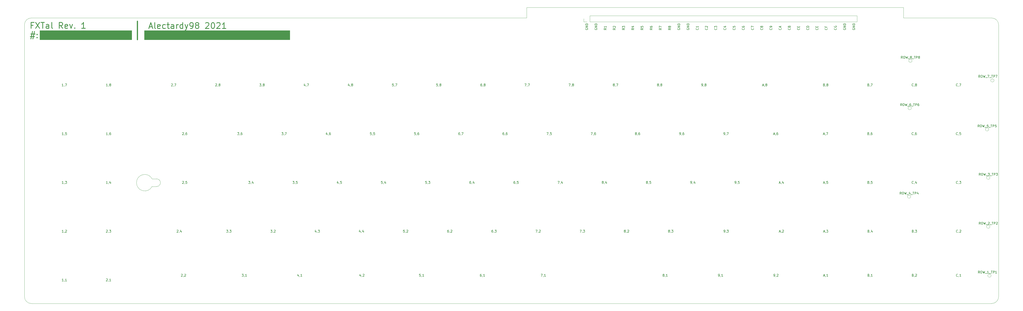
<source format=gbr>
%TF.GenerationSoftware,KiCad,Pcbnew,(5.99.0-12974-ge12f9a194d)*%
%TF.CreationDate,2021-10-29T16:05:09-04:00*%
%TF.ProjectId,FXTal_no_holes,46585461-6c5f-46e6-9f5f-686f6c65732e,rev?*%
%TF.SameCoordinates,PXe1237f8PYe7db780*%
%TF.FileFunction,Legend,Top*%
%TF.FilePolarity,Positive*%
%FSLAX46Y46*%
G04 Gerber Fmt 4.6, Leading zero omitted, Abs format (unit mm)*
G04 Created by KiCad (PCBNEW (5.99.0-12974-ge12f9a194d)) date 2021-10-29 16:05:09*
%MOMM*%
%LPD*%
G01*
G04 APERTURE LIST*
%ADD10C,0.100000*%
%ADD11C,0.500000*%
%TA.AperFunction,Profile*%
%ADD12C,0.050000*%
%TD*%
%ADD13C,0.300000*%
%ADD14C,0.150000*%
%ADD15C,0.120000*%
G04 APERTURE END LIST*
D10*
X-80275000Y75470000D02*
X-142775000Y75470000D01*
X-142775000Y75470000D02*
X-142775000Y79470000D01*
X-142775000Y79470000D02*
X-80275000Y79470000D01*
X-80275000Y79470000D02*
X-80275000Y75470000D01*
G36*
X-80275000Y75470000D02*
G01*
X-142775000Y75470000D01*
X-142775000Y79470000D01*
X-80275000Y79470000D01*
X-80275000Y75470000D01*
G37*
X-80275000Y75470000D02*
X-142775000Y75470000D01*
X-142775000Y79470000D01*
X-80275000Y79470000D01*
X-80275000Y75470000D01*
D11*
X-145775000Y75470000D02*
X-145775000Y83470000D01*
D10*
X-148275000Y75470000D02*
X-187775000Y75470000D01*
X-187775000Y75470000D02*
X-187775000Y79470000D01*
X-187775000Y79470000D02*
X-148275000Y79470000D01*
X-148275000Y79470000D02*
X-148275000Y75470000D01*
G36*
X-148275000Y75470000D02*
G01*
X-187775000Y75470000D01*
X-187775000Y79470000D01*
X-148275000Y79470000D01*
X-148275000Y75470000D01*
G37*
X-148275000Y75470000D02*
X-187775000Y75470000D01*
X-187775000Y79470000D01*
X-148275000Y79470000D01*
X-148275000Y75470000D01*
D12*
X-191375000Y84870000D02*
X21625000Y84870000D01*
X-194375000Y-35130000D02*
X-194362680Y82141607D01*
X221575000Y-38130000D02*
X-191375000Y-38130000D01*
X224575000Y81870000D02*
X224575000Y-35130000D01*
X221575000Y84870000D02*
X183625000Y84870000D01*
X-135875000Y13920000D02*
G75*
G03*
X-137524996Y15570000I-1649999J1D01*
G01*
X-191375000Y84870000D02*
G75*
G03*
X-194362680Y82141607I1J-3000002D01*
G01*
X21625000Y89370000D02*
X183625000Y89370000D01*
X21625000Y84870000D02*
X21625000Y89370000D01*
X-137525000Y12270004D02*
X-139475001Y12270000D01*
X183625000Y89370000D02*
X183625000Y84870000D01*
X-137525000Y12270004D02*
G75*
G03*
X-135875000Y13920000I4J1649996D01*
G01*
X221575000Y-38130000D02*
G75*
G03*
X224575000Y-35130000I-1J3000001D01*
G01*
X-194375000Y-35130000D02*
G75*
G03*
X-191375000Y-38130000I3000001J1D01*
G01*
X224575000Y81870000D02*
G75*
G03*
X221575000Y84870000I-3000001J-1D01*
G01*
X-139475001Y15570000D02*
X-137524996Y15570000D01*
X-139475001Y15570000D02*
G75*
G03*
X-139475001Y12270000I-3149999J-1650000D01*
G01*
D13*
X-140660953Y81046667D02*
X-139451429Y81046667D01*
X-140902858Y80320953D02*
X-140056191Y82860953D01*
X-139209524Y80320953D01*
X-138000000Y80320953D02*
X-138241905Y80441905D01*
X-138362858Y80683810D01*
X-138362858Y82860953D01*
X-136064762Y80441905D02*
X-136306667Y80320953D01*
X-136790477Y80320953D01*
X-137032381Y80441905D01*
X-137153334Y80683810D01*
X-137153334Y81651429D01*
X-137032381Y81893334D01*
X-136790477Y82014286D01*
X-136306667Y82014286D01*
X-136064762Y81893334D01*
X-135943810Y81651429D01*
X-135943810Y81409524D01*
X-137153334Y81167620D01*
X-133766667Y80441905D02*
X-134008572Y80320953D01*
X-134492381Y80320953D01*
X-134734286Y80441905D01*
X-134855239Y80562858D01*
X-134976191Y80804762D01*
X-134976191Y81530477D01*
X-134855239Y81772381D01*
X-134734286Y81893334D01*
X-134492381Y82014286D01*
X-134008572Y82014286D01*
X-133766667Y81893334D01*
X-133040953Y82014286D02*
X-132073334Y82014286D01*
X-132678096Y82860953D02*
X-132678096Y80683810D01*
X-132557143Y80441905D01*
X-132315239Y80320953D01*
X-132073334Y80320953D01*
X-130138096Y80320953D02*
X-130138096Y81651429D01*
X-130259048Y81893334D01*
X-130500953Y82014286D01*
X-130984762Y82014286D01*
X-131226667Y81893334D01*
X-130138096Y80441905D02*
X-130380000Y80320953D01*
X-130984762Y80320953D01*
X-131226667Y80441905D01*
X-131347620Y80683810D01*
X-131347620Y80925715D01*
X-131226667Y81167620D01*
X-130984762Y81288572D01*
X-130380000Y81288572D01*
X-130138096Y81409524D01*
X-128928572Y80320953D02*
X-128928572Y82014286D01*
X-128928572Y81530477D02*
X-128807620Y81772381D01*
X-128686667Y81893334D01*
X-128444762Y82014286D01*
X-128202858Y82014286D01*
X-126267620Y80320953D02*
X-126267620Y82860953D01*
X-126267620Y80441905D02*
X-126509524Y80320953D01*
X-126993334Y80320953D01*
X-127235239Y80441905D01*
X-127356191Y80562858D01*
X-127477143Y80804762D01*
X-127477143Y81530477D01*
X-127356191Y81772381D01*
X-127235239Y81893334D01*
X-126993334Y82014286D01*
X-126509524Y82014286D01*
X-126267620Y81893334D01*
X-125300000Y82014286D02*
X-124695239Y80320953D01*
X-124090477Y82014286D02*
X-124695239Y80320953D01*
X-124937143Y79716191D01*
X-125058096Y79595239D01*
X-125300000Y79474286D01*
X-123001905Y80320953D02*
X-122518096Y80320953D01*
X-122276191Y80441905D01*
X-122155239Y80562858D01*
X-121913334Y80925715D01*
X-121792381Y81409524D01*
X-121792381Y82377143D01*
X-121913334Y82619048D01*
X-122034286Y82740000D01*
X-122276191Y82860953D01*
X-122760000Y82860953D01*
X-123001905Y82740000D01*
X-123122858Y82619048D01*
X-123243810Y82377143D01*
X-123243810Y81772381D01*
X-123122858Y81530477D01*
X-123001905Y81409524D01*
X-122760000Y81288572D01*
X-122276191Y81288572D01*
X-122034286Y81409524D01*
X-121913334Y81530477D01*
X-121792381Y81772381D01*
X-120340953Y81772381D02*
X-120582858Y81893334D01*
X-120703810Y82014286D01*
X-120824762Y82256191D01*
X-120824762Y82377143D01*
X-120703810Y82619048D01*
X-120582858Y82740000D01*
X-120340953Y82860953D01*
X-119857143Y82860953D01*
X-119615239Y82740000D01*
X-119494286Y82619048D01*
X-119373334Y82377143D01*
X-119373334Y82256191D01*
X-119494286Y82014286D01*
X-119615239Y81893334D01*
X-119857143Y81772381D01*
X-120340953Y81772381D01*
X-120582858Y81651429D01*
X-120703810Y81530477D01*
X-120824762Y81288572D01*
X-120824762Y80804762D01*
X-120703810Y80562858D01*
X-120582858Y80441905D01*
X-120340953Y80320953D01*
X-119857143Y80320953D01*
X-119615239Y80441905D01*
X-119494286Y80562858D01*
X-119373334Y80804762D01*
X-119373334Y81288572D01*
X-119494286Y81530477D01*
X-119615239Y81651429D01*
X-119857143Y81772381D01*
X-116470477Y82619048D02*
X-116349524Y82740000D01*
X-116107620Y82860953D01*
X-115502858Y82860953D01*
X-115260953Y82740000D01*
X-115140000Y82619048D01*
X-115019048Y82377143D01*
X-115019048Y82135239D01*
X-115140000Y81772381D01*
X-116591429Y80320953D01*
X-115019048Y80320953D01*
X-113446667Y82860953D02*
X-113204762Y82860953D01*
X-112962858Y82740000D01*
X-112841905Y82619048D01*
X-112720953Y82377143D01*
X-112600000Y81893334D01*
X-112600000Y81288572D01*
X-112720953Y80804762D01*
X-112841905Y80562858D01*
X-112962858Y80441905D01*
X-113204762Y80320953D01*
X-113446667Y80320953D01*
X-113688572Y80441905D01*
X-113809524Y80562858D01*
X-113930477Y80804762D01*
X-114051429Y81288572D01*
X-114051429Y81893334D01*
X-113930477Y82377143D01*
X-113809524Y82619048D01*
X-113688572Y82740000D01*
X-113446667Y82860953D01*
X-111632381Y82619048D02*
X-111511429Y82740000D01*
X-111269524Y82860953D01*
X-110664762Y82860953D01*
X-110422858Y82740000D01*
X-110301905Y82619048D01*
X-110180953Y82377143D01*
X-110180953Y82135239D01*
X-110301905Y81772381D01*
X-111753334Y80320953D01*
X-110180953Y80320953D01*
X-107761905Y80320953D02*
X-109213334Y80320953D01*
X-108487620Y80320953D02*
X-108487620Y82860953D01*
X-108729524Y82498096D01*
X-108971429Y82256191D01*
X-109213334Y82135239D01*
D14*
X161825000Y80379405D02*
X161777380Y80284167D01*
X161777380Y80141310D01*
X161825000Y79998453D01*
X161920238Y79903215D01*
X162015476Y79855596D01*
X162205952Y79807977D01*
X162348809Y79807977D01*
X162539285Y79855596D01*
X162634523Y79903215D01*
X162729761Y79998453D01*
X162777380Y80141310D01*
X162777380Y80236548D01*
X162729761Y80379405D01*
X162682142Y80427024D01*
X162348809Y80427024D01*
X162348809Y80236548D01*
X162777380Y80855596D02*
X161777380Y80855596D01*
X162777380Y81427024D01*
X161777380Y81427024D01*
X162777380Y81903215D02*
X161777380Y81903215D01*
X161777380Y82141310D01*
X161825000Y82284167D01*
X161920238Y82379405D01*
X162015476Y82427024D01*
X162205952Y82474643D01*
X162348809Y82474643D01*
X162539285Y82427024D01*
X162634523Y82379405D01*
X162729761Y82284167D01*
X162777380Y82141310D01*
X162777380Y81903215D01*
X55857380Y80427024D02*
X55381190Y80093691D01*
X55857380Y79855596D02*
X54857380Y79855596D01*
X54857380Y80236548D01*
X54905000Y80331786D01*
X54952619Y80379405D01*
X55047857Y80427024D01*
X55190714Y80427024D01*
X55285952Y80379405D01*
X55333571Y80331786D01*
X55381190Y80236548D01*
X55381190Y79855596D01*
X55857380Y81379405D02*
X55857380Y80807977D01*
X55857380Y81093691D02*
X54857380Y81093691D01*
X55000238Y80998453D01*
X55095476Y80903215D01*
X55143095Y80807977D01*
X83577380Y80427024D02*
X83101190Y80093691D01*
X83577380Y79855596D02*
X82577380Y79855596D01*
X82577380Y80236548D01*
X82625000Y80331786D01*
X82672619Y80379405D01*
X82767857Y80427024D01*
X82910714Y80427024D01*
X83005952Y80379405D01*
X83053571Y80331786D01*
X83101190Y80236548D01*
X83101190Y79855596D01*
X83005952Y80998453D02*
X82958333Y80903215D01*
X82910714Y80855596D01*
X82815476Y80807977D01*
X82767857Y80807977D01*
X82672619Y80855596D01*
X82625000Y80903215D01*
X82577380Y80998453D01*
X82577380Y81188929D01*
X82625000Y81284167D01*
X82672619Y81331786D01*
X82767857Y81379405D01*
X82815476Y81379405D01*
X82910714Y81331786D01*
X82958333Y81284167D01*
X83005952Y81188929D01*
X83005952Y80998453D01*
X83053571Y80903215D01*
X83101190Y80855596D01*
X83196428Y80807977D01*
X83386904Y80807977D01*
X83482142Y80855596D01*
X83529761Y80903215D01*
X83577380Y80998453D01*
X83577380Y81188929D01*
X83529761Y81284167D01*
X83482142Y81331786D01*
X83386904Y81379405D01*
X83196428Y81379405D01*
X83101190Y81331786D01*
X83053571Y81284167D01*
X83005952Y81188929D01*
X150802142Y80427024D02*
X150849761Y80379405D01*
X150897380Y80236548D01*
X150897380Y80141310D01*
X150849761Y79998453D01*
X150754523Y79903215D01*
X150659285Y79855596D01*
X150468809Y79807977D01*
X150325952Y79807977D01*
X150135476Y79855596D01*
X150040238Y79903215D01*
X149945000Y79998453D01*
X149897380Y80141310D01*
X149897380Y80236548D01*
X149945000Y80379405D01*
X149992619Y80427024D01*
X150373571Y81188929D02*
X150373571Y80855596D01*
X150897380Y80855596D02*
X149897380Y80855596D01*
X149897380Y81331786D01*
X154762142Y80427024D02*
X154809761Y80379405D01*
X154857380Y80236548D01*
X154857380Y80141310D01*
X154809761Y79998453D01*
X154714523Y79903215D01*
X154619285Y79855596D01*
X154428809Y79807977D01*
X154285952Y79807977D01*
X154095476Y79855596D01*
X154000238Y79903215D01*
X153905000Y79998453D01*
X153857380Y80141310D01*
X153857380Y80236548D01*
X153905000Y80379405D01*
X153952619Y80427024D01*
X153905000Y81379405D02*
X153857380Y81284167D01*
X153857380Y81141310D01*
X153905000Y80998453D01*
X154000238Y80903215D01*
X154095476Y80855596D01*
X154285952Y80807977D01*
X154428809Y80807977D01*
X154619285Y80855596D01*
X154714523Y80903215D01*
X154809761Y80998453D01*
X154857380Y81141310D01*
X154857380Y81236548D01*
X154809761Y81379405D01*
X154762142Y81427024D01*
X154428809Y81427024D01*
X154428809Y81236548D01*
X75657380Y80427024D02*
X75181190Y80093691D01*
X75657380Y79855596D02*
X74657380Y79855596D01*
X74657380Y80236548D01*
X74705000Y80331786D01*
X74752619Y80379405D01*
X74847857Y80427024D01*
X74990714Y80427024D01*
X75085952Y80379405D01*
X75133571Y80331786D01*
X75181190Y80236548D01*
X75181190Y79855596D01*
X74657380Y81284167D02*
X74657380Y81093691D01*
X74705000Y80998453D01*
X74752619Y80950834D01*
X74895476Y80855596D01*
X75085952Y80807977D01*
X75466904Y80807977D01*
X75562142Y80855596D01*
X75609761Y80903215D01*
X75657380Y80998453D01*
X75657380Y81188929D01*
X75609761Y81284167D01*
X75562142Y81331786D01*
X75466904Y81379405D01*
X75228809Y81379405D01*
X75133571Y81331786D01*
X75085952Y81284167D01*
X75038333Y81188929D01*
X75038333Y80998453D01*
X75085952Y80903215D01*
X75133571Y80855596D01*
X75228809Y80807977D01*
X63777380Y80427024D02*
X63301190Y80093691D01*
X63777380Y79855596D02*
X62777380Y79855596D01*
X62777380Y80236548D01*
X62825000Y80331786D01*
X62872619Y80379405D01*
X62967857Y80427024D01*
X63110714Y80427024D01*
X63205952Y80379405D01*
X63253571Y80331786D01*
X63301190Y80236548D01*
X63301190Y79855596D01*
X62777380Y80760358D02*
X62777380Y81379405D01*
X63158333Y81046072D01*
X63158333Y81188929D01*
X63205952Y81284167D01*
X63253571Y81331786D01*
X63348809Y81379405D01*
X63586904Y81379405D01*
X63682142Y81331786D01*
X63729761Y81284167D01*
X63777380Y81188929D01*
X63777380Y80903215D01*
X63729761Y80807977D01*
X63682142Y80760358D01*
X67737380Y80427024D02*
X67261190Y80093691D01*
X67737380Y79855596D02*
X66737380Y79855596D01*
X66737380Y80236548D01*
X66785000Y80331786D01*
X66832619Y80379405D01*
X66927857Y80427024D01*
X67070714Y80427024D01*
X67165952Y80379405D01*
X67213571Y80331786D01*
X67261190Y80236548D01*
X67261190Y79855596D01*
X67070714Y81284167D02*
X67737380Y81284167D01*
X66689761Y81046072D02*
X67404047Y80807977D01*
X67404047Y81427024D01*
X115162142Y80427024D02*
X115209761Y80379405D01*
X115257380Y80236548D01*
X115257380Y80141310D01*
X115209761Y79998453D01*
X115114523Y79903215D01*
X115019285Y79855596D01*
X114828809Y79807977D01*
X114685952Y79807977D01*
X114495476Y79855596D01*
X114400238Y79903215D01*
X114305000Y79998453D01*
X114257380Y80141310D01*
X114257380Y80236548D01*
X114305000Y80379405D01*
X114352619Y80427024D01*
X114257380Y81284167D02*
X114257380Y81093691D01*
X114305000Y80998453D01*
X114352619Y80950834D01*
X114495476Y80855596D01*
X114685952Y80807977D01*
X115066904Y80807977D01*
X115162142Y80855596D01*
X115209761Y80903215D01*
X115257380Y80998453D01*
X115257380Y81188929D01*
X115209761Y81284167D01*
X115162142Y81331786D01*
X115066904Y81379405D01*
X114828809Y81379405D01*
X114733571Y81331786D01*
X114685952Y81284167D01*
X114638333Y81188929D01*
X114638333Y80998453D01*
X114685952Y80903215D01*
X114733571Y80855596D01*
X114828809Y80807977D01*
X119122142Y80427024D02*
X119169761Y80379405D01*
X119217380Y80236548D01*
X119217380Y80141310D01*
X119169761Y79998453D01*
X119074523Y79903215D01*
X118979285Y79855596D01*
X118788809Y79807977D01*
X118645952Y79807977D01*
X118455476Y79855596D01*
X118360238Y79903215D01*
X118265000Y79998453D01*
X118217380Y80141310D01*
X118217380Y80236548D01*
X118265000Y80379405D01*
X118312619Y80427024D01*
X118217380Y80760358D02*
X118217380Y81427024D01*
X119217380Y80998453D01*
X127042142Y80427024D02*
X127089761Y80379405D01*
X127137380Y80236548D01*
X127137380Y80141310D01*
X127089761Y79998453D01*
X126994523Y79903215D01*
X126899285Y79855596D01*
X126708809Y79807977D01*
X126565952Y79807977D01*
X126375476Y79855596D01*
X126280238Y79903215D01*
X126185000Y79998453D01*
X126137380Y80141310D01*
X126137380Y80236548D01*
X126185000Y80379405D01*
X126232619Y80427024D01*
X127137380Y80903215D02*
X127137380Y81093691D01*
X127089761Y81188929D01*
X127042142Y81236548D01*
X126899285Y81331786D01*
X126708809Y81379405D01*
X126327857Y81379405D01*
X126232619Y81331786D01*
X126185000Y81284167D01*
X126137380Y81188929D01*
X126137380Y80998453D01*
X126185000Y80903215D01*
X126232619Y80855596D01*
X126327857Y80807977D01*
X126565952Y80807977D01*
X126661190Y80855596D01*
X126708809Y80903215D01*
X126756428Y80998453D01*
X126756428Y81188929D01*
X126708809Y81284167D01*
X126661190Y81331786D01*
X126565952Y81379405D01*
X111202142Y80427024D02*
X111249761Y80379405D01*
X111297380Y80236548D01*
X111297380Y80141310D01*
X111249761Y79998453D01*
X111154523Y79903215D01*
X111059285Y79855596D01*
X110868809Y79807977D01*
X110725952Y79807977D01*
X110535476Y79855596D01*
X110440238Y79903215D01*
X110345000Y79998453D01*
X110297380Y80141310D01*
X110297380Y80236548D01*
X110345000Y80379405D01*
X110392619Y80427024D01*
X110297380Y81331786D02*
X110297380Y80855596D01*
X110773571Y80807977D01*
X110725952Y80855596D01*
X110678333Y80950834D01*
X110678333Y81188929D01*
X110725952Y81284167D01*
X110773571Y81331786D01*
X110868809Y81379405D01*
X111106904Y81379405D01*
X111202142Y81331786D01*
X111249761Y81284167D01*
X111297380Y81188929D01*
X111297380Y80950834D01*
X111249761Y80855596D01*
X111202142Y80807977D01*
X107242142Y80427024D02*
X107289761Y80379405D01*
X107337380Y80236548D01*
X107337380Y80141310D01*
X107289761Y79998453D01*
X107194523Y79903215D01*
X107099285Y79855596D01*
X106908809Y79807977D01*
X106765952Y79807977D01*
X106575476Y79855596D01*
X106480238Y79903215D01*
X106385000Y79998453D01*
X106337380Y80141310D01*
X106337380Y80236548D01*
X106385000Y80379405D01*
X106432619Y80427024D01*
X106670714Y81284167D02*
X107337380Y81284167D01*
X106289761Y81046072D02*
X107004047Y80807977D01*
X107004047Y81427024D01*
X50945000Y80379405D02*
X50897380Y80284167D01*
X50897380Y80141310D01*
X50945000Y79998453D01*
X51040238Y79903215D01*
X51135476Y79855596D01*
X51325952Y79807977D01*
X51468809Y79807977D01*
X51659285Y79855596D01*
X51754523Y79903215D01*
X51849761Y79998453D01*
X51897380Y80141310D01*
X51897380Y80236548D01*
X51849761Y80379405D01*
X51802142Y80427024D01*
X51468809Y80427024D01*
X51468809Y80236548D01*
X51897380Y80855596D02*
X50897380Y80855596D01*
X51897380Y81427024D01*
X50897380Y81427024D01*
X51897380Y81903215D02*
X50897380Y81903215D01*
X50897380Y82141310D01*
X50945000Y82284167D01*
X51040238Y82379405D01*
X51135476Y82427024D01*
X51325952Y82474643D01*
X51468809Y82474643D01*
X51659285Y82427024D01*
X51754523Y82379405D01*
X51849761Y82284167D01*
X51897380Y82141310D01*
X51897380Y81903215D01*
D13*
X-190628572Y81696129D02*
X-191475239Y81696129D01*
X-191475239Y80365653D02*
X-191475239Y82905653D01*
X-190265715Y82905653D01*
X-189540000Y82905653D02*
X-187846667Y80365653D01*
X-187846667Y82905653D02*
X-189540000Y80365653D01*
X-187241905Y82905653D02*
X-185790477Y82905653D01*
X-186516191Y80365653D02*
X-186516191Y82905653D01*
X-183855239Y80365653D02*
X-183855239Y81696129D01*
X-183976191Y81938034D01*
X-184218096Y82058986D01*
X-184701905Y82058986D01*
X-184943810Y81938034D01*
X-183855239Y80486605D02*
X-184097143Y80365653D01*
X-184701905Y80365653D01*
X-184943810Y80486605D01*
X-185064762Y80728510D01*
X-185064762Y80970415D01*
X-184943810Y81212320D01*
X-184701905Y81333272D01*
X-184097143Y81333272D01*
X-183855239Y81454224D01*
X-182282858Y80365653D02*
X-182524762Y80486605D01*
X-182645715Y80728510D01*
X-182645715Y82905653D01*
X-177928572Y80365653D02*
X-178775239Y81575177D01*
X-179380000Y80365653D02*
X-179380000Y82905653D01*
X-178412381Y82905653D01*
X-178170477Y82784700D01*
X-178049524Y82663748D01*
X-177928572Y82421843D01*
X-177928572Y82058986D01*
X-178049524Y81817081D01*
X-178170477Y81696129D01*
X-178412381Y81575177D01*
X-179380000Y81575177D01*
X-175872381Y80486605D02*
X-176114286Y80365653D01*
X-176598096Y80365653D01*
X-176840000Y80486605D01*
X-176960953Y80728510D01*
X-176960953Y81696129D01*
X-176840000Y81938034D01*
X-176598096Y82058986D01*
X-176114286Y82058986D01*
X-175872381Y81938034D01*
X-175751429Y81696129D01*
X-175751429Y81454224D01*
X-176960953Y81212320D01*
X-174904762Y82058986D02*
X-174300000Y80365653D01*
X-173695239Y82058986D01*
X-172727620Y80607558D02*
X-172606667Y80486605D01*
X-172727620Y80365653D01*
X-172848572Y80486605D01*
X-172727620Y80607558D01*
X-172727620Y80365653D01*
X-168252381Y80365653D02*
X-169703810Y80365653D01*
X-168978096Y80365653D02*
X-168978096Y82905653D01*
X-169220000Y82542796D01*
X-169461905Y82300891D01*
X-169703810Y82179939D01*
X-191596191Y77969586D02*
X-189781905Y77969586D01*
X-190870477Y79058158D02*
X-191596191Y75792443D01*
X-190023810Y76881015D02*
X-191838096Y76881015D01*
X-190749524Y75792443D02*
X-190023810Y79058158D01*
X-188935239Y76518158D02*
X-188814286Y76397205D01*
X-188935239Y76276253D01*
X-189056191Y76397205D01*
X-188935239Y76518158D01*
X-188935239Y76276253D01*
X-188935239Y77848634D02*
X-188814286Y77727681D01*
X-188935239Y77606729D01*
X-189056191Y77727681D01*
X-188935239Y77848634D01*
X-188935239Y77606729D01*
X-185306667Y78816253D02*
X-185064762Y78816253D01*
X-184822858Y78695300D01*
X-184701905Y78574348D01*
X-184580953Y78332443D01*
X-184460000Y77848634D01*
X-184460000Y77243872D01*
X-184580953Y76760062D01*
X-184701905Y76518158D01*
X-184822858Y76397205D01*
X-185064762Y76276253D01*
X-185306667Y76276253D01*
X-185548572Y76397205D01*
X-185669524Y76518158D01*
X-185790477Y76760062D01*
X-185911429Y77243872D01*
X-185911429Y77848634D01*
X-185790477Y78332443D01*
X-185669524Y78574348D01*
X-185548572Y78695300D01*
X-185306667Y78816253D01*
D14*
X71697380Y80427024D02*
X71221190Y80093691D01*
X71697380Y79855596D02*
X70697380Y79855596D01*
X70697380Y80236548D01*
X70745000Y80331786D01*
X70792619Y80379405D01*
X70887857Y80427024D01*
X71030714Y80427024D01*
X71125952Y80379405D01*
X71173571Y80331786D01*
X71221190Y80236548D01*
X71221190Y79855596D01*
X70697380Y81331786D02*
X70697380Y80855596D01*
X71173571Y80807977D01*
X71125952Y80855596D01*
X71078333Y80950834D01*
X71078333Y81188929D01*
X71125952Y81284167D01*
X71173571Y81331786D01*
X71268809Y81379405D01*
X71506904Y81379405D01*
X71602142Y81331786D01*
X71649761Y81284167D01*
X71697380Y81188929D01*
X71697380Y80950834D01*
X71649761Y80855596D01*
X71602142Y80807977D01*
X59817380Y80427024D02*
X59341190Y80093691D01*
X59817380Y79855596D02*
X58817380Y79855596D01*
X58817380Y80236548D01*
X58865000Y80331786D01*
X58912619Y80379405D01*
X59007857Y80427024D01*
X59150714Y80427024D01*
X59245952Y80379405D01*
X59293571Y80331786D01*
X59341190Y80236548D01*
X59341190Y79855596D01*
X58912619Y80807977D02*
X58865000Y80855596D01*
X58817380Y80950834D01*
X58817380Y81188929D01*
X58865000Y81284167D01*
X58912619Y81331786D01*
X59007857Y81379405D01*
X59103095Y81379405D01*
X59245952Y81331786D01*
X59817380Y80760358D01*
X59817380Y81379405D01*
X131002142Y80427024D02*
X131049761Y80379405D01*
X131097380Y80236548D01*
X131097380Y80141310D01*
X131049761Y79998453D01*
X130954523Y79903215D01*
X130859285Y79855596D01*
X130668809Y79807977D01*
X130525952Y79807977D01*
X130335476Y79855596D01*
X130240238Y79903215D01*
X130145000Y79998453D01*
X130097380Y80141310D01*
X130097380Y80236548D01*
X130145000Y80379405D01*
X130192619Y80427024D01*
X130811666Y80807977D02*
X130811666Y81284167D01*
X131097380Y80712739D02*
X130097380Y81046072D01*
X131097380Y81379405D01*
X103282142Y80427024D02*
X103329761Y80379405D01*
X103377380Y80236548D01*
X103377380Y80141310D01*
X103329761Y79998453D01*
X103234523Y79903215D01*
X103139285Y79855596D01*
X102948809Y79807977D01*
X102805952Y79807977D01*
X102615476Y79855596D01*
X102520238Y79903215D01*
X102425000Y79998453D01*
X102377380Y80141310D01*
X102377380Y80236548D01*
X102425000Y80379405D01*
X102472619Y80427024D01*
X102377380Y80760358D02*
X102377380Y81379405D01*
X102758333Y81046072D01*
X102758333Y81188929D01*
X102805952Y81284167D01*
X102853571Y81331786D01*
X102948809Y81379405D01*
X103186904Y81379405D01*
X103282142Y81331786D01*
X103329761Y81284167D01*
X103377380Y81188929D01*
X103377380Y80903215D01*
X103329761Y80807977D01*
X103282142Y80760358D01*
X146842142Y80427024D02*
X146889761Y80379405D01*
X146937380Y80236548D01*
X146937380Y80141310D01*
X146889761Y79998453D01*
X146794523Y79903215D01*
X146699285Y79855596D01*
X146508809Y79807977D01*
X146365952Y79807977D01*
X146175476Y79855596D01*
X146080238Y79903215D01*
X145985000Y79998453D01*
X145937380Y80141310D01*
X145937380Y80236548D01*
X145985000Y80379405D01*
X146032619Y80427024D01*
X146413571Y80855596D02*
X146413571Y81188929D01*
X146937380Y81331786D02*
X146937380Y80855596D01*
X145937380Y80855596D01*
X145937380Y81331786D01*
X86585000Y80379405D02*
X86537380Y80284167D01*
X86537380Y80141310D01*
X86585000Y79998453D01*
X86680238Y79903215D01*
X86775476Y79855596D01*
X86965952Y79807977D01*
X87108809Y79807977D01*
X87299285Y79855596D01*
X87394523Y79903215D01*
X87489761Y79998453D01*
X87537380Y80141310D01*
X87537380Y80236548D01*
X87489761Y80379405D01*
X87442142Y80427024D01*
X87108809Y80427024D01*
X87108809Y80236548D01*
X87537380Y80855596D02*
X86537380Y80855596D01*
X87537380Y81427024D01*
X86537380Y81427024D01*
X87537380Y81903215D02*
X86537380Y81903215D01*
X86537380Y82141310D01*
X86585000Y82284167D01*
X86680238Y82379405D01*
X86775476Y82427024D01*
X86965952Y82474643D01*
X87108809Y82474643D01*
X87299285Y82427024D01*
X87394523Y82379405D01*
X87489761Y82284167D01*
X87537380Y82141310D01*
X87537380Y81903215D01*
X138922142Y80427024D02*
X138969761Y80379405D01*
X139017380Y80236548D01*
X139017380Y80141310D01*
X138969761Y79998453D01*
X138874523Y79903215D01*
X138779285Y79855596D01*
X138588809Y79807977D01*
X138445952Y79807977D01*
X138255476Y79855596D01*
X138160238Y79903215D01*
X138065000Y79998453D01*
X138017380Y80141310D01*
X138017380Y80236548D01*
X138065000Y80379405D01*
X138112619Y80427024D01*
X138493571Y80855596D02*
X138493571Y81188929D01*
X139017380Y81331786D02*
X139017380Y80855596D01*
X138017380Y80855596D01*
X138017380Y81331786D01*
X79617380Y80427024D02*
X79141190Y80093691D01*
X79617380Y79855596D02*
X78617380Y79855596D01*
X78617380Y80236548D01*
X78665000Y80331786D01*
X78712619Y80379405D01*
X78807857Y80427024D01*
X78950714Y80427024D01*
X79045952Y80379405D01*
X79093571Y80331786D01*
X79141190Y80236548D01*
X79141190Y79855596D01*
X78617380Y80760358D02*
X78617380Y81427024D01*
X79617380Y80998453D01*
X90545000Y80379405D02*
X90497380Y80284167D01*
X90497380Y80141310D01*
X90545000Y79998453D01*
X90640238Y79903215D01*
X90735476Y79855596D01*
X90925952Y79807977D01*
X91068809Y79807977D01*
X91259285Y79855596D01*
X91354523Y79903215D01*
X91449761Y79998453D01*
X91497380Y80141310D01*
X91497380Y80236548D01*
X91449761Y80379405D01*
X91402142Y80427024D01*
X91068809Y80427024D01*
X91068809Y80236548D01*
X91497380Y80855596D02*
X90497380Y80855596D01*
X91497380Y81427024D01*
X90497380Y81427024D01*
X91497380Y81903215D02*
X90497380Y81903215D01*
X90497380Y82141310D01*
X90545000Y82284167D01*
X90640238Y82379405D01*
X90735476Y82427024D01*
X90925952Y82474643D01*
X91068809Y82474643D01*
X91259285Y82427024D01*
X91354523Y82379405D01*
X91449761Y82284167D01*
X91497380Y82141310D01*
X91497380Y81903215D01*
X95362142Y80427024D02*
X95409761Y80379405D01*
X95457380Y80236548D01*
X95457380Y80141310D01*
X95409761Y79998453D01*
X95314523Y79903215D01*
X95219285Y79855596D01*
X95028809Y79807977D01*
X94885952Y79807977D01*
X94695476Y79855596D01*
X94600238Y79903215D01*
X94505000Y79998453D01*
X94457380Y80141310D01*
X94457380Y80236548D01*
X94505000Y80379405D01*
X94552619Y80427024D01*
X95457380Y81379405D02*
X95457380Y80807977D01*
X95457380Y81093691D02*
X94457380Y81093691D01*
X94600238Y80998453D01*
X94695476Y80903215D01*
X94743095Y80807977D01*
X157865000Y80379405D02*
X157817380Y80284167D01*
X157817380Y80141310D01*
X157865000Y79998453D01*
X157960238Y79903215D01*
X158055476Y79855596D01*
X158245952Y79807977D01*
X158388809Y79807977D01*
X158579285Y79855596D01*
X158674523Y79903215D01*
X158769761Y79998453D01*
X158817380Y80141310D01*
X158817380Y80236548D01*
X158769761Y80379405D01*
X158722142Y80427024D01*
X158388809Y80427024D01*
X158388809Y80236548D01*
X158817380Y80855596D02*
X157817380Y80855596D01*
X158817380Y81427024D01*
X157817380Y81427024D01*
X158817380Y81903215D02*
X157817380Y81903215D01*
X157817380Y82141310D01*
X157865000Y82284167D01*
X157960238Y82379405D01*
X158055476Y82427024D01*
X158245952Y82474643D01*
X158388809Y82474643D01*
X158579285Y82427024D01*
X158674523Y82379405D01*
X158769761Y82284167D01*
X158817380Y82141310D01*
X158817380Y81903215D01*
X142882142Y80427024D02*
X142929761Y80379405D01*
X142977380Y80236548D01*
X142977380Y80141310D01*
X142929761Y79998453D01*
X142834523Y79903215D01*
X142739285Y79855596D01*
X142548809Y79807977D01*
X142405952Y79807977D01*
X142215476Y79855596D01*
X142120238Y79903215D01*
X142025000Y79998453D01*
X141977380Y80141310D01*
X141977380Y80236548D01*
X142025000Y80379405D01*
X142072619Y80427024D01*
X142977380Y80855596D02*
X141977380Y80855596D01*
X141977380Y81093691D01*
X142025000Y81236548D01*
X142120238Y81331786D01*
X142215476Y81379405D01*
X142405952Y81427024D01*
X142548809Y81427024D01*
X142739285Y81379405D01*
X142834523Y81331786D01*
X142929761Y81236548D01*
X142977380Y81093691D01*
X142977380Y80855596D01*
X134962142Y80427024D02*
X135009761Y80379405D01*
X135057380Y80236548D01*
X135057380Y80141310D01*
X135009761Y79998453D01*
X134914523Y79903215D01*
X134819285Y79855596D01*
X134628809Y79807977D01*
X134485952Y79807977D01*
X134295476Y79855596D01*
X134200238Y79903215D01*
X134105000Y79998453D01*
X134057380Y80141310D01*
X134057380Y80236548D01*
X134105000Y80379405D01*
X134152619Y80427024D01*
X134533571Y81188929D02*
X134581190Y81331786D01*
X134628809Y81379405D01*
X134724047Y81427024D01*
X134866904Y81427024D01*
X134962142Y81379405D01*
X135009761Y81331786D01*
X135057380Y81236548D01*
X135057380Y80855596D01*
X134057380Y80855596D01*
X134057380Y81188929D01*
X134105000Y81284167D01*
X134152619Y81331786D01*
X134247857Y81379405D01*
X134343095Y81379405D01*
X134438333Y81331786D01*
X134485952Y81284167D01*
X134533571Y81188929D01*
X134533571Y80855596D01*
X46985000Y80379405D02*
X46937380Y80284167D01*
X46937380Y80141310D01*
X46985000Y79998453D01*
X47080238Y79903215D01*
X47175476Y79855596D01*
X47365952Y79807977D01*
X47508809Y79807977D01*
X47699285Y79855596D01*
X47794523Y79903215D01*
X47889761Y79998453D01*
X47937380Y80141310D01*
X47937380Y80236548D01*
X47889761Y80379405D01*
X47842142Y80427024D01*
X47508809Y80427024D01*
X47508809Y80236548D01*
X47937380Y80855596D02*
X46937380Y80855596D01*
X47937380Y81427024D01*
X46937380Y81427024D01*
X47937380Y81903215D02*
X46937380Y81903215D01*
X46937380Y82141310D01*
X46985000Y82284167D01*
X47080238Y82379405D01*
X47175476Y82427024D01*
X47365952Y82474643D01*
X47508809Y82474643D01*
X47699285Y82427024D01*
X47794523Y82379405D01*
X47889761Y82284167D01*
X47937380Y82141310D01*
X47937380Y81903215D01*
X123082142Y80427024D02*
X123129761Y80379405D01*
X123177380Y80236548D01*
X123177380Y80141310D01*
X123129761Y79998453D01*
X123034523Y79903215D01*
X122939285Y79855596D01*
X122748809Y79807977D01*
X122605952Y79807977D01*
X122415476Y79855596D01*
X122320238Y79903215D01*
X122225000Y79998453D01*
X122177380Y80141310D01*
X122177380Y80236548D01*
X122225000Y80379405D01*
X122272619Y80427024D01*
X122605952Y80998453D02*
X122558333Y80903215D01*
X122510714Y80855596D01*
X122415476Y80807977D01*
X122367857Y80807977D01*
X122272619Y80855596D01*
X122225000Y80903215D01*
X122177380Y80998453D01*
X122177380Y81188929D01*
X122225000Y81284167D01*
X122272619Y81331786D01*
X122367857Y81379405D01*
X122415476Y81379405D01*
X122510714Y81331786D01*
X122558333Y81284167D01*
X122605952Y81188929D01*
X122605952Y80998453D01*
X122653571Y80903215D01*
X122701190Y80855596D01*
X122796428Y80807977D01*
X122986904Y80807977D01*
X123082142Y80855596D01*
X123129761Y80903215D01*
X123177380Y80998453D01*
X123177380Y81188929D01*
X123129761Y81284167D01*
X123082142Y81331786D01*
X122986904Y81379405D01*
X122796428Y81379405D01*
X122701190Y81331786D01*
X122653571Y81284167D01*
X122605952Y81188929D01*
X99322142Y80427024D02*
X99369761Y80379405D01*
X99417380Y80236548D01*
X99417380Y80141310D01*
X99369761Y79998453D01*
X99274523Y79903215D01*
X99179285Y79855596D01*
X98988809Y79807977D01*
X98845952Y79807977D01*
X98655476Y79855596D01*
X98560238Y79903215D01*
X98465000Y79998453D01*
X98417380Y80141310D01*
X98417380Y80236548D01*
X98465000Y80379405D01*
X98512619Y80427024D01*
X98512619Y80807977D02*
X98465000Y80855596D01*
X98417380Y80950834D01*
X98417380Y81188929D01*
X98465000Y81284167D01*
X98512619Y81331786D01*
X98607857Y81379405D01*
X98703095Y81379405D01*
X98845952Y81331786D01*
X99417380Y80760358D01*
X99417380Y81379405D01*
%TO.C,SW_25*%
X-177669572Y55546620D02*
X-178241000Y55546620D01*
X-177955286Y55546620D02*
X-177955286Y56546620D01*
X-178050524Y56403762D01*
X-178145762Y56308524D01*
X-178241000Y56260905D01*
X-177193381Y55594239D02*
X-177193381Y55546620D01*
X-177241000Y55451381D01*
X-177288620Y55403762D01*
X-176860048Y56546620D02*
X-176193381Y56546620D01*
X-176621953Y55546620D01*
%TO.C,SW_26*%
X-158619572Y55546620D02*
X-159191000Y55546620D01*
X-158905286Y55546620D02*
X-158905286Y56546620D01*
X-159000524Y56403762D01*
X-159095762Y56308524D01*
X-159191000Y56260905D01*
X-158143381Y55594239D02*
X-158143381Y55546620D01*
X-158191000Y55451381D01*
X-158238620Y55403762D01*
X-157571953Y56118048D02*
X-157667191Y56165667D01*
X-157714810Y56213286D01*
X-157762429Y56308524D01*
X-157762429Y56356143D01*
X-157714810Y56451381D01*
X-157667191Y56499000D01*
X-157571953Y56546620D01*
X-157381477Y56546620D01*
X-157286239Y56499000D01*
X-157238620Y56451381D01*
X-157191000Y56356143D01*
X-157191000Y56308524D01*
X-157238620Y56213286D01*
X-157286239Y56165667D01*
X-157381477Y56118048D01*
X-157571953Y56118048D01*
X-157667191Y56070429D01*
X-157714810Y56022810D01*
X-157762429Y55927572D01*
X-157762429Y55737096D01*
X-157714810Y55641858D01*
X-157667191Y55594239D01*
X-157571953Y55546620D01*
X-157381477Y55546620D01*
X-157286239Y55594239D01*
X-157238620Y55641858D01*
X-157191000Y55737096D01*
X-157191000Y55927572D01*
X-157238620Y56022810D01*
X-157286239Y56070429D01*
X-157381477Y56118048D01*
%TO.C,SW_22*%
X-131191000Y56451381D02*
X-131143381Y56499000D01*
X-131048143Y56546620D01*
X-130810048Y56546620D01*
X-130714810Y56499000D01*
X-130667191Y56451381D01*
X-130619572Y56356143D01*
X-130619572Y56260905D01*
X-130667191Y56118048D01*
X-131238620Y55546620D01*
X-130619572Y55546620D01*
X-130143381Y55594239D02*
X-130143381Y55546620D01*
X-130191000Y55451381D01*
X-130238620Y55403762D01*
X-129810048Y56546620D02*
X-129143381Y56546620D01*
X-129571953Y55546620D01*
%TO.C,SW_1*%
X-112191000Y56451381D02*
X-112143381Y56499000D01*
X-112048143Y56546620D01*
X-111810048Y56546620D01*
X-111714810Y56499000D01*
X-111667191Y56451381D01*
X-111619572Y56356143D01*
X-111619572Y56260905D01*
X-111667191Y56118048D01*
X-112238620Y55546620D01*
X-111619572Y55546620D01*
X-111143381Y55594239D02*
X-111143381Y55546620D01*
X-111191000Y55451381D01*
X-111238620Y55403762D01*
X-110571953Y56118048D02*
X-110667191Y56165667D01*
X-110714810Y56213286D01*
X-110762429Y56308524D01*
X-110762429Y56356143D01*
X-110714810Y56451381D01*
X-110667191Y56499000D01*
X-110571953Y56546620D01*
X-110381477Y56546620D01*
X-110286239Y56499000D01*
X-110238620Y56451381D01*
X-110191000Y56356143D01*
X-110191000Y56308524D01*
X-110238620Y56213286D01*
X-110286239Y56165667D01*
X-110381477Y56118048D01*
X-110571953Y56118048D01*
X-110667191Y56070429D01*
X-110714810Y56022810D01*
X-110762429Y55927572D01*
X-110762429Y55737096D01*
X-110714810Y55641858D01*
X-110667191Y55594239D01*
X-110571953Y55546620D01*
X-110381477Y55546620D01*
X-110286239Y55594239D01*
X-110238620Y55641858D01*
X-110191000Y55737096D01*
X-110191000Y55927572D01*
X-110238620Y56022810D01*
X-110286239Y56070429D01*
X-110381477Y56118048D01*
%TO.C,SW_02*%
X-93238620Y56546620D02*
X-92619572Y56546620D01*
X-92952905Y56165667D01*
X-92810048Y56165667D01*
X-92714810Y56118048D01*
X-92667191Y56070429D01*
X-92619572Y55975191D01*
X-92619572Y55737096D01*
X-92667191Y55641858D01*
X-92714810Y55594239D01*
X-92810048Y55546620D01*
X-93095762Y55546620D01*
X-93191000Y55594239D01*
X-93238620Y55641858D01*
X-92143381Y55594239D02*
X-92143381Y55546620D01*
X-92191000Y55451381D01*
X-92238620Y55403762D01*
X-91571953Y56118048D02*
X-91667191Y56165667D01*
X-91714810Y56213286D01*
X-91762429Y56308524D01*
X-91762429Y56356143D01*
X-91714810Y56451381D01*
X-91667191Y56499000D01*
X-91571953Y56546620D01*
X-91381477Y56546620D01*
X-91286239Y56499000D01*
X-91238620Y56451381D01*
X-91191000Y56356143D01*
X-91191000Y56308524D01*
X-91238620Y56213286D01*
X-91286239Y56165667D01*
X-91381477Y56118048D01*
X-91571953Y56118048D01*
X-91667191Y56070429D01*
X-91714810Y56022810D01*
X-91762429Y55927572D01*
X-91762429Y55737096D01*
X-91714810Y55641858D01*
X-91667191Y55594239D01*
X-91571953Y55546620D01*
X-91381477Y55546620D01*
X-91286239Y55594239D01*
X-91238620Y55641858D01*
X-91191000Y55737096D01*
X-91191000Y55927572D01*
X-91238620Y56022810D01*
X-91286239Y56070429D01*
X-91381477Y56118048D01*
%TO.C,SW_03*%
X-73714810Y56213286D02*
X-73714810Y55546620D01*
X-73952905Y56594239D02*
X-74191000Y55879953D01*
X-73571953Y55879953D01*
X-73143381Y55594239D02*
X-73143381Y55546620D01*
X-73191000Y55451381D01*
X-73238620Y55403762D01*
X-72810048Y56546620D02*
X-72143381Y56546620D01*
X-72571953Y55546620D01*
%TO.C,SW_04*%
X-54714810Y56213286D02*
X-54714810Y55546620D01*
X-54952905Y56594239D02*
X-55191000Y55879953D01*
X-54571953Y55879953D01*
X-54143381Y55594239D02*
X-54143381Y55546620D01*
X-54191000Y55451381D01*
X-54238620Y55403762D01*
X-53571953Y56118048D02*
X-53667191Y56165667D01*
X-53714810Y56213286D01*
X-53762429Y56308524D01*
X-53762429Y56356143D01*
X-53714810Y56451381D01*
X-53667191Y56499000D01*
X-53571953Y56546620D01*
X-53381477Y56546620D01*
X-53286239Y56499000D01*
X-53238620Y56451381D01*
X-53191000Y56356143D01*
X-53191000Y56308524D01*
X-53238620Y56213286D01*
X-53286239Y56165667D01*
X-53381477Y56118048D01*
X-53571953Y56118048D01*
X-53667191Y56070429D01*
X-53714810Y56022810D01*
X-53762429Y55927572D01*
X-53762429Y55737096D01*
X-53714810Y55641858D01*
X-53667191Y55594239D01*
X-53571953Y55546620D01*
X-53381477Y55546620D01*
X-53286239Y55594239D01*
X-53238620Y55641858D01*
X-53191000Y55737096D01*
X-53191000Y55927572D01*
X-53238620Y56022810D01*
X-53286239Y56070429D01*
X-53381477Y56118048D01*
%TO.C,SW_05*%
X-35667191Y56546620D02*
X-36143381Y56546620D01*
X-36191000Y56070429D01*
X-36143381Y56118048D01*
X-36048143Y56165667D01*
X-35810048Y56165667D01*
X-35714810Y56118048D01*
X-35667191Y56070429D01*
X-35619572Y55975191D01*
X-35619572Y55737096D01*
X-35667191Y55641858D01*
X-35714810Y55594239D01*
X-35810048Y55546620D01*
X-36048143Y55546620D01*
X-36143381Y55594239D01*
X-36191000Y55641858D01*
X-35143381Y55594239D02*
X-35143381Y55546620D01*
X-35191000Y55451381D01*
X-35238620Y55403762D01*
X-34810048Y56546620D02*
X-34143381Y56546620D01*
X-34571953Y55546620D01*
%TO.C,SW_06*%
X-16667191Y56546620D02*
X-17143381Y56546620D01*
X-17191000Y56070429D01*
X-17143381Y56118048D01*
X-17048143Y56165667D01*
X-16810048Y56165667D01*
X-16714810Y56118048D01*
X-16667191Y56070429D01*
X-16619572Y55975191D01*
X-16619572Y55737096D01*
X-16667191Y55641858D01*
X-16714810Y55594239D01*
X-16810048Y55546620D01*
X-17048143Y55546620D01*
X-17143381Y55594239D01*
X-17191000Y55641858D01*
X-16143381Y55594239D02*
X-16143381Y55546620D01*
X-16191000Y55451381D01*
X-16238620Y55403762D01*
X-15571953Y56118048D02*
X-15667191Y56165667D01*
X-15714810Y56213286D01*
X-15762429Y56308524D01*
X-15762429Y56356143D01*
X-15714810Y56451381D01*
X-15667191Y56499000D01*
X-15571953Y56546620D01*
X-15381477Y56546620D01*
X-15286239Y56499000D01*
X-15238620Y56451381D01*
X-15191000Y56356143D01*
X-15191000Y56308524D01*
X-15238620Y56213286D01*
X-15286239Y56165667D01*
X-15381477Y56118048D01*
X-15571953Y56118048D01*
X-15667191Y56070429D01*
X-15714810Y56022810D01*
X-15762429Y55927572D01*
X-15762429Y55737096D01*
X-15714810Y55641858D01*
X-15667191Y55594239D01*
X-15571953Y55546620D01*
X-15381477Y55546620D01*
X-15286239Y55594239D01*
X-15238620Y55641858D01*
X-15191000Y55737096D01*
X-15191000Y55927572D01*
X-15238620Y56022810D01*
X-15286239Y56070429D01*
X-15381477Y56118048D01*
%TO.C,SW_07*%
X2285190Y56546620D02*
X2094714Y56546620D01*
X1999476Y56499000D01*
X1951857Y56451381D01*
X1856619Y56308524D01*
X1809000Y56118048D01*
X1809000Y55737096D01*
X1856619Y55641858D01*
X1904238Y55594239D01*
X1999476Y55546620D01*
X2189952Y55546620D01*
X2285190Y55594239D01*
X2332809Y55641858D01*
X2380428Y55737096D01*
X2380428Y55975191D01*
X2332809Y56070429D01*
X2285190Y56118048D01*
X2189952Y56165667D01*
X1999476Y56165667D01*
X1904238Y56118048D01*
X1856619Y56070429D01*
X1809000Y55975191D01*
X2856619Y55594239D02*
X2856619Y55546620D01*
X2809000Y55451381D01*
X2761380Y55403762D01*
X3428047Y56118048D02*
X3332809Y56165667D01*
X3285190Y56213286D01*
X3237571Y56308524D01*
X3237571Y56356143D01*
X3285190Y56451381D01*
X3332809Y56499000D01*
X3428047Y56546620D01*
X3618523Y56546620D01*
X3713761Y56499000D01*
X3761380Y56451381D01*
X3809000Y56356143D01*
X3809000Y56308524D01*
X3761380Y56213286D01*
X3713761Y56165667D01*
X3618523Y56118048D01*
X3428047Y56118048D01*
X3332809Y56070429D01*
X3285190Y56022810D01*
X3237571Y55927572D01*
X3237571Y55737096D01*
X3285190Y55641858D01*
X3332809Y55594239D01*
X3428047Y55546620D01*
X3618523Y55546620D01*
X3713761Y55594239D01*
X3761380Y55641858D01*
X3809000Y55737096D01*
X3809000Y55927572D01*
X3761380Y56022810D01*
X3713761Y56070429D01*
X3618523Y56118048D01*
%TO.C,SW_08*%
X20761380Y56546620D02*
X21428047Y56546620D01*
X20999476Y55546620D01*
X21856619Y55594239D02*
X21856619Y55546620D01*
X21809000Y55451381D01*
X21761380Y55403762D01*
X22189952Y56546620D02*
X22856619Y56546620D01*
X22428047Y55546620D01*
%TO.C,SW_09*%
X39761380Y56546620D02*
X40428047Y56546620D01*
X39999476Y55546620D01*
X40856619Y55594239D02*
X40856619Y55546620D01*
X40809000Y55451381D01*
X40761380Y55403762D01*
X41428047Y56118048D02*
X41332809Y56165667D01*
X41285190Y56213286D01*
X41237571Y56308524D01*
X41237571Y56356143D01*
X41285190Y56451381D01*
X41332809Y56499000D01*
X41428047Y56546620D01*
X41618523Y56546620D01*
X41713761Y56499000D01*
X41761380Y56451381D01*
X41809000Y56356143D01*
X41809000Y56308524D01*
X41761380Y56213286D01*
X41713761Y56165667D01*
X41618523Y56118048D01*
X41428047Y56118048D01*
X41332809Y56070429D01*
X41285190Y56022810D01*
X41237571Y55927572D01*
X41237571Y55737096D01*
X41285190Y55641858D01*
X41332809Y55594239D01*
X41428047Y55546620D01*
X41618523Y55546620D01*
X41713761Y55594239D01*
X41761380Y55641858D01*
X41809000Y55737096D01*
X41809000Y55927572D01*
X41761380Y56022810D01*
X41713761Y56070429D01*
X41618523Y56118048D01*
%TO.C,SW_0*%
X58999476Y56118048D02*
X58904238Y56165667D01*
X58856619Y56213286D01*
X58809000Y56308524D01*
X58809000Y56356143D01*
X58856619Y56451381D01*
X58904238Y56499000D01*
X58999476Y56546620D01*
X59189952Y56546620D01*
X59285190Y56499000D01*
X59332809Y56451381D01*
X59380428Y56356143D01*
X59380428Y56308524D01*
X59332809Y56213286D01*
X59285190Y56165667D01*
X59189952Y56118048D01*
X58999476Y56118048D01*
X58904238Y56070429D01*
X58856619Y56022810D01*
X58809000Y55927572D01*
X58809000Y55737096D01*
X58856619Y55641858D01*
X58904238Y55594239D01*
X58999476Y55546620D01*
X59189952Y55546620D01*
X59285190Y55594239D01*
X59332809Y55641858D01*
X59380428Y55737096D01*
X59380428Y55927572D01*
X59332809Y56022810D01*
X59285190Y56070429D01*
X59189952Y56118048D01*
X59856619Y55594239D02*
X59856619Y55546620D01*
X59809000Y55451381D01*
X59761380Y55403762D01*
X60189952Y56546620D02*
X60856619Y56546620D01*
X60428047Y55546620D01*
%TO.C,SW_47*%
X77999476Y56118048D02*
X77904238Y56165667D01*
X77856619Y56213286D01*
X77809000Y56308524D01*
X77809000Y56356143D01*
X77856619Y56451381D01*
X77904238Y56499000D01*
X77999476Y56546620D01*
X78189952Y56546620D01*
X78285190Y56499000D01*
X78332809Y56451381D01*
X78380428Y56356143D01*
X78380428Y56308524D01*
X78332809Y56213286D01*
X78285190Y56165667D01*
X78189952Y56118048D01*
X77999476Y56118048D01*
X77904238Y56070429D01*
X77856619Y56022810D01*
X77809000Y55927572D01*
X77809000Y55737096D01*
X77856619Y55641858D01*
X77904238Y55594239D01*
X77999476Y55546620D01*
X78189952Y55546620D01*
X78285190Y55594239D01*
X78332809Y55641858D01*
X78380428Y55737096D01*
X78380428Y55927572D01*
X78332809Y56022810D01*
X78285190Y56070429D01*
X78189952Y56118048D01*
X78856619Y55594239D02*
X78856619Y55546620D01*
X78809000Y55451381D01*
X78761380Y55403762D01*
X79428047Y56118048D02*
X79332809Y56165667D01*
X79285190Y56213286D01*
X79237571Y56308524D01*
X79237571Y56356143D01*
X79285190Y56451381D01*
X79332809Y56499000D01*
X79428047Y56546620D01*
X79618523Y56546620D01*
X79713761Y56499000D01*
X79761380Y56451381D01*
X79809000Y56356143D01*
X79809000Y56308524D01*
X79761380Y56213286D01*
X79713761Y56165667D01*
X79618523Y56118048D01*
X79428047Y56118048D01*
X79332809Y56070429D01*
X79285190Y56022810D01*
X79237571Y55927572D01*
X79237571Y55737096D01*
X79285190Y55641858D01*
X79332809Y55594239D01*
X79428047Y55546620D01*
X79618523Y55546620D01*
X79713761Y55594239D01*
X79761380Y55641858D01*
X79809000Y55737096D01*
X79809000Y55927572D01*
X79761380Y56022810D01*
X79713761Y56070429D01*
X79618523Y56118048D01*
%TO.C,SW_21*%
X96904238Y55546620D02*
X97094714Y55546620D01*
X97189952Y55594239D01*
X97237571Y55641858D01*
X97332809Y55784715D01*
X97380428Y55975191D01*
X97380428Y56356143D01*
X97332809Y56451381D01*
X97285190Y56499000D01*
X97189952Y56546620D01*
X96999476Y56546620D01*
X96904238Y56499000D01*
X96856619Y56451381D01*
X96809000Y56356143D01*
X96809000Y56118048D01*
X96856619Y56022810D01*
X96904238Y55975191D01*
X96999476Y55927572D01*
X97189952Y55927572D01*
X97285190Y55975191D01*
X97332809Y56022810D01*
X97380428Y56118048D01*
X97856619Y55594239D02*
X97856619Y55546620D01*
X97809000Y55451381D01*
X97761380Y55403762D01*
X98428047Y56118048D02*
X98332809Y56165667D01*
X98285190Y56213286D01*
X98237571Y56308524D01*
X98237571Y56356143D01*
X98285190Y56451381D01*
X98332809Y56499000D01*
X98428047Y56546620D01*
X98618523Y56546620D01*
X98713761Y56499000D01*
X98761380Y56451381D01*
X98809000Y56356143D01*
X98809000Y56308524D01*
X98761380Y56213286D01*
X98713761Y56165667D01*
X98618523Y56118048D01*
X98428047Y56118048D01*
X98332809Y56070429D01*
X98285190Y56022810D01*
X98237571Y55927572D01*
X98237571Y55737096D01*
X98285190Y55641858D01*
X98332809Y55594239D01*
X98428047Y55546620D01*
X98618523Y55546620D01*
X98713761Y55594239D01*
X98761380Y55641858D01*
X98809000Y55737096D01*
X98809000Y55927572D01*
X98761380Y56022810D01*
X98713761Y56070429D01*
X98618523Y56118048D01*
%TO.C,SW_13*%
X123046619Y55832334D02*
X123522809Y55832334D01*
X122951380Y55546620D02*
X123284714Y56546620D01*
X123618047Y55546620D01*
X123999000Y55594239D02*
X123999000Y55546620D01*
X123951380Y55451381D01*
X123903761Y55403762D01*
X124570428Y56118048D02*
X124475190Y56165667D01*
X124427571Y56213286D01*
X124379952Y56308524D01*
X124379952Y56356143D01*
X124427571Y56451381D01*
X124475190Y56499000D01*
X124570428Y56546620D01*
X124760904Y56546620D01*
X124856142Y56499000D01*
X124903761Y56451381D01*
X124951380Y56356143D01*
X124951380Y56308524D01*
X124903761Y56213286D01*
X124856142Y56165667D01*
X124760904Y56118048D01*
X124570428Y56118048D01*
X124475190Y56070429D01*
X124427571Y56022810D01*
X124379952Y55927572D01*
X124379952Y55737096D01*
X124427571Y55641858D01*
X124475190Y55594239D01*
X124570428Y55546620D01*
X124760904Y55546620D01*
X124856142Y55594239D01*
X124903761Y55641858D01*
X124951380Y55737096D01*
X124951380Y55927572D01*
X124903761Y56022810D01*
X124856142Y56070429D01*
X124760904Y56118048D01*
%TO.C,SW_63*%
X149553642Y56070429D02*
X149696500Y56022810D01*
X149744119Y55975191D01*
X149791738Y55879953D01*
X149791738Y55737096D01*
X149744119Y55641858D01*
X149696500Y55594239D01*
X149601261Y55546620D01*
X149220309Y55546620D01*
X149220309Y56546620D01*
X149553642Y56546620D01*
X149648880Y56499000D01*
X149696500Y56451381D01*
X149744119Y56356143D01*
X149744119Y56260905D01*
X149696500Y56165667D01*
X149648880Y56118048D01*
X149553642Y56070429D01*
X149220309Y56070429D01*
X150267928Y55594239D02*
X150267928Y55546620D01*
X150220309Y55451381D01*
X150172690Y55403762D01*
X150839357Y56118048D02*
X150744119Y56165667D01*
X150696500Y56213286D01*
X150648880Y56308524D01*
X150648880Y56356143D01*
X150696500Y56451381D01*
X150744119Y56499000D01*
X150839357Y56546620D01*
X151029833Y56546620D01*
X151125071Y56499000D01*
X151172690Y56451381D01*
X151220309Y56356143D01*
X151220309Y56308524D01*
X151172690Y56213286D01*
X151125071Y56165667D01*
X151029833Y56118048D01*
X150839357Y56118048D01*
X150744119Y56070429D01*
X150696500Y56022810D01*
X150648880Y55927572D01*
X150648880Y55737096D01*
X150696500Y55641858D01*
X150744119Y55594239D01*
X150839357Y55546620D01*
X151029833Y55546620D01*
X151125071Y55594239D01*
X151172690Y55641858D01*
X151220309Y55737096D01*
X151220309Y55927572D01*
X151172690Y56022810D01*
X151125071Y56070429D01*
X151029833Y56118048D01*
%TO.C,SW_66*%
X168603642Y56070429D02*
X168746500Y56022810D01*
X168794119Y55975191D01*
X168841738Y55879953D01*
X168841738Y55737096D01*
X168794119Y55641858D01*
X168746500Y55594239D01*
X168651261Y55546620D01*
X168270309Y55546620D01*
X168270309Y56546620D01*
X168603642Y56546620D01*
X168698880Y56499000D01*
X168746500Y56451381D01*
X168794119Y56356143D01*
X168794119Y56260905D01*
X168746500Y56165667D01*
X168698880Y56118048D01*
X168603642Y56070429D01*
X168270309Y56070429D01*
X169317928Y55594239D02*
X169317928Y55546620D01*
X169270309Y55451381D01*
X169222690Y55403762D01*
X169651261Y56546620D02*
X170317928Y56546620D01*
X169889357Y55546620D01*
%TO.C,SW_67*%
X187891738Y55641858D02*
X187844119Y55594239D01*
X187701261Y55546620D01*
X187606023Y55546620D01*
X187463166Y55594239D01*
X187367928Y55689477D01*
X187320309Y55784715D01*
X187272690Y55975191D01*
X187272690Y56118048D01*
X187320309Y56308524D01*
X187367928Y56403762D01*
X187463166Y56499000D01*
X187606023Y56546620D01*
X187701261Y56546620D01*
X187844119Y56499000D01*
X187891738Y56451381D01*
X188367928Y55594239D02*
X188367928Y55546620D01*
X188320309Y55451381D01*
X188272690Y55403762D01*
X188939357Y56118048D02*
X188844119Y56165667D01*
X188796500Y56213286D01*
X188748880Y56308524D01*
X188748880Y56356143D01*
X188796500Y56451381D01*
X188844119Y56499000D01*
X188939357Y56546620D01*
X189129833Y56546620D01*
X189225071Y56499000D01*
X189272690Y56451381D01*
X189320309Y56356143D01*
X189320309Y56308524D01*
X189272690Y56213286D01*
X189225071Y56165667D01*
X189129833Y56118048D01*
X188939357Y56118048D01*
X188844119Y56070429D01*
X188796500Y56022810D01*
X188748880Y55927572D01*
X188748880Y55737096D01*
X188796500Y55641858D01*
X188844119Y55594239D01*
X188939357Y55546620D01*
X189129833Y55546620D01*
X189225071Y55594239D01*
X189272690Y55641858D01*
X189320309Y55737096D01*
X189320309Y55927572D01*
X189272690Y56022810D01*
X189225071Y56070429D01*
X189129833Y56118048D01*
%TO.C,SW_68*%
X206941738Y55641858D02*
X206894119Y55594239D01*
X206751261Y55546620D01*
X206656023Y55546620D01*
X206513166Y55594239D01*
X206417928Y55689477D01*
X206370309Y55784715D01*
X206322690Y55975191D01*
X206322690Y56118048D01*
X206370309Y56308524D01*
X206417928Y56403762D01*
X206513166Y56499000D01*
X206656023Y56546620D01*
X206751261Y56546620D01*
X206894119Y56499000D01*
X206941738Y56451381D01*
X207417928Y55594239D02*
X207417928Y55546620D01*
X207370309Y55451381D01*
X207322690Y55403762D01*
X207751261Y56546620D02*
X208417928Y56546620D01*
X207989357Y55546620D01*
%TO.C,SW_27*%
X-177619572Y34546620D02*
X-178191000Y34546620D01*
X-177905286Y34546620D02*
X-177905286Y35546620D01*
X-178000524Y35403762D01*
X-178095762Y35308524D01*
X-178191000Y35260905D01*
X-177143381Y34594239D02*
X-177143381Y34546620D01*
X-177191000Y34451381D01*
X-177238620Y34403762D01*
X-176238620Y35546620D02*
X-176714810Y35546620D01*
X-176762429Y35070429D01*
X-176714810Y35118048D01*
X-176619572Y35165667D01*
X-176381477Y35165667D01*
X-176286239Y35118048D01*
X-176238620Y35070429D01*
X-176191000Y34975191D01*
X-176191000Y34737096D01*
X-176238620Y34641858D01*
X-176286239Y34594239D01*
X-176381477Y34546620D01*
X-176619572Y34546620D01*
X-176714810Y34594239D01*
X-176762429Y34641858D01*
%TO.C,SW_28*%
X-158619572Y34546620D02*
X-159191000Y34546620D01*
X-158905286Y34546620D02*
X-158905286Y35546620D01*
X-159000524Y35403762D01*
X-159095762Y35308524D01*
X-159191000Y35260905D01*
X-158143381Y34594239D02*
X-158143381Y34546620D01*
X-158191000Y34451381D01*
X-158238620Y34403762D01*
X-157286239Y35546620D02*
X-157476715Y35546620D01*
X-157571953Y35499000D01*
X-157619572Y35451381D01*
X-157714810Y35308524D01*
X-157762429Y35118048D01*
X-157762429Y34737096D01*
X-157714810Y34641858D01*
X-157667191Y34594239D01*
X-157571953Y34546620D01*
X-157381477Y34546620D01*
X-157286239Y34594239D01*
X-157238620Y34641858D01*
X-157191000Y34737096D01*
X-157191000Y34975191D01*
X-157238620Y35070429D01*
X-157286239Y35118048D01*
X-157381477Y35165667D01*
X-157571953Y35165667D01*
X-157667191Y35118048D01*
X-157714810Y35070429D01*
X-157762429Y34975191D01*
%TO.C,SW_90*%
X-126441000Y35451381D02*
X-126393381Y35499000D01*
X-126298143Y35546620D01*
X-126060048Y35546620D01*
X-125964810Y35499000D01*
X-125917191Y35451381D01*
X-125869572Y35356143D01*
X-125869572Y35260905D01*
X-125917191Y35118048D01*
X-126488620Y34546620D01*
X-125869572Y34546620D01*
X-125393381Y34594239D02*
X-125393381Y34546620D01*
X-125441000Y34451381D01*
X-125488620Y34403762D01*
X-124536239Y35546620D02*
X-124726715Y35546620D01*
X-124821953Y35499000D01*
X-124869572Y35451381D01*
X-124964810Y35308524D01*
X-125012429Y35118048D01*
X-125012429Y34737096D01*
X-124964810Y34641858D01*
X-124917191Y34594239D01*
X-124821953Y34546620D01*
X-124631477Y34546620D01*
X-124536239Y34594239D01*
X-124488620Y34641858D01*
X-124441000Y34737096D01*
X-124441000Y34975191D01*
X-124488620Y35070429D01*
X-124536239Y35118048D01*
X-124631477Y35165667D01*
X-124821953Y35165667D01*
X-124917191Y35118048D01*
X-124964810Y35070429D01*
X-125012429Y34975191D01*
%TO.C,SW_74*%
X-102738620Y35546620D02*
X-102119572Y35546620D01*
X-102452905Y35165667D01*
X-102310048Y35165667D01*
X-102214810Y35118048D01*
X-102167191Y35070429D01*
X-102119572Y34975191D01*
X-102119572Y34737096D01*
X-102167191Y34641858D01*
X-102214810Y34594239D01*
X-102310048Y34546620D01*
X-102595762Y34546620D01*
X-102691000Y34594239D01*
X-102738620Y34641858D01*
X-101643381Y34594239D02*
X-101643381Y34546620D01*
X-101691000Y34451381D01*
X-101738620Y34403762D01*
X-100786239Y35546620D02*
X-100976715Y35546620D01*
X-101071953Y35499000D01*
X-101119572Y35451381D01*
X-101214810Y35308524D01*
X-101262429Y35118048D01*
X-101262429Y34737096D01*
X-101214810Y34641858D01*
X-101167191Y34594239D01*
X-101071953Y34546620D01*
X-100881477Y34546620D01*
X-100786239Y34594239D01*
X-100738620Y34641858D01*
X-100691000Y34737096D01*
X-100691000Y34975191D01*
X-100738620Y35070429D01*
X-100786239Y35118048D01*
X-100881477Y35165667D01*
X-101071953Y35165667D01*
X-101167191Y35118048D01*
X-101214810Y35070429D01*
X-101262429Y34975191D01*
%TO.C,SW_93*%
X-83738620Y35546620D02*
X-83119572Y35546620D01*
X-83452905Y35165667D01*
X-83310048Y35165667D01*
X-83214810Y35118048D01*
X-83167191Y35070429D01*
X-83119572Y34975191D01*
X-83119572Y34737096D01*
X-83167191Y34641858D01*
X-83214810Y34594239D01*
X-83310048Y34546620D01*
X-83595762Y34546620D01*
X-83691000Y34594239D01*
X-83738620Y34641858D01*
X-82643381Y34594239D02*
X-82643381Y34546620D01*
X-82691000Y34451381D01*
X-82738620Y34403762D01*
X-82310048Y35546620D02*
X-81643381Y35546620D01*
X-82071953Y34546620D01*
%TO.C,SW_19*%
X-64214810Y35213286D02*
X-64214810Y34546620D01*
X-64452905Y35594239D02*
X-64691000Y34879953D01*
X-64071953Y34879953D01*
X-63643381Y34594239D02*
X-63643381Y34546620D01*
X-63691000Y34451381D01*
X-63738620Y34403762D01*
X-62786239Y35546620D02*
X-62976715Y35546620D01*
X-63071953Y35499000D01*
X-63119572Y35451381D01*
X-63214810Y35308524D01*
X-63262429Y35118048D01*
X-63262429Y34737096D01*
X-63214810Y34641858D01*
X-63167191Y34594239D01*
X-63071953Y34546620D01*
X-62881477Y34546620D01*
X-62786239Y34594239D01*
X-62738620Y34641858D01*
X-62691000Y34737096D01*
X-62691000Y34975191D01*
X-62738620Y35070429D01*
X-62786239Y35118048D01*
X-62881477Y35165667D01*
X-63071953Y35165667D01*
X-63167191Y35118048D01*
X-63214810Y35070429D01*
X-63262429Y34975191D01*
%TO.C,SW_76*%
X-45167191Y35546620D02*
X-45643381Y35546620D01*
X-45691000Y35070429D01*
X-45643381Y35118048D01*
X-45548143Y35165667D01*
X-45310048Y35165667D01*
X-45214810Y35118048D01*
X-45167191Y35070429D01*
X-45119572Y34975191D01*
X-45119572Y34737096D01*
X-45167191Y34641858D01*
X-45214810Y34594239D01*
X-45310048Y34546620D01*
X-45548143Y34546620D01*
X-45643381Y34594239D01*
X-45691000Y34641858D01*
X-44643381Y34594239D02*
X-44643381Y34546620D01*
X-44691000Y34451381D01*
X-44738620Y34403762D01*
X-43738620Y35546620D02*
X-44214810Y35546620D01*
X-44262429Y35070429D01*
X-44214810Y35118048D01*
X-44119572Y35165667D01*
X-43881477Y35165667D01*
X-43786239Y35118048D01*
X-43738620Y35070429D01*
X-43691000Y34975191D01*
X-43691000Y34737096D01*
X-43738620Y34641858D01*
X-43786239Y34594239D01*
X-43881477Y34546620D01*
X-44119572Y34546620D01*
X-44214810Y34594239D01*
X-44262429Y34641858D01*
%TO.C,SW_89*%
X-26167191Y35546620D02*
X-26643381Y35546620D01*
X-26691000Y35070429D01*
X-26643381Y35118048D01*
X-26548143Y35165667D01*
X-26310048Y35165667D01*
X-26214810Y35118048D01*
X-26167191Y35070429D01*
X-26119572Y34975191D01*
X-26119572Y34737096D01*
X-26167191Y34641858D01*
X-26214810Y34594239D01*
X-26310048Y34546620D01*
X-26548143Y34546620D01*
X-26643381Y34594239D01*
X-26691000Y34641858D01*
X-25643381Y34594239D02*
X-25643381Y34546620D01*
X-25691000Y34451381D01*
X-25738620Y34403762D01*
X-24786239Y35546620D02*
X-24976715Y35546620D01*
X-25071953Y35499000D01*
X-25119572Y35451381D01*
X-25214810Y35308524D01*
X-25262429Y35118048D01*
X-25262429Y34737096D01*
X-25214810Y34641858D01*
X-25167191Y34594239D01*
X-25071953Y34546620D01*
X-24881477Y34546620D01*
X-24786239Y34594239D01*
X-24738620Y34641858D01*
X-24691000Y34737096D01*
X-24691000Y34975191D01*
X-24738620Y35070429D01*
X-24786239Y35118048D01*
X-24881477Y35165667D01*
X-25071953Y35165667D01*
X-25167191Y35118048D01*
X-25214810Y35070429D01*
X-25262429Y34975191D01*
%TO.C,SW_95*%
X-7214810Y35546620D02*
X-7405286Y35546620D01*
X-7500524Y35499000D01*
X-7548143Y35451381D01*
X-7643381Y35308524D01*
X-7691000Y35118048D01*
X-7691000Y34737096D01*
X-7643381Y34641858D01*
X-7595762Y34594239D01*
X-7500524Y34546620D01*
X-7310048Y34546620D01*
X-7214810Y34594239D01*
X-7167191Y34641858D01*
X-7119572Y34737096D01*
X-7119572Y34975191D01*
X-7167191Y35070429D01*
X-7214810Y35118048D01*
X-7310048Y35165667D01*
X-7500524Y35165667D01*
X-7595762Y35118048D01*
X-7643381Y35070429D01*
X-7691000Y34975191D01*
X-6643381Y34594239D02*
X-6643381Y34546620D01*
X-6691000Y34451381D01*
X-6738620Y34403762D01*
X-6310048Y35546620D02*
X-5643381Y35546620D01*
X-6071953Y34546620D01*
%TO.C,SW_91*%
X11785190Y35546620D02*
X11594714Y35546620D01*
X11499476Y35499000D01*
X11451857Y35451381D01*
X11356619Y35308524D01*
X11309000Y35118048D01*
X11309000Y34737096D01*
X11356619Y34641858D01*
X11404238Y34594239D01*
X11499476Y34546620D01*
X11689952Y34546620D01*
X11785190Y34594239D01*
X11832809Y34641858D01*
X11880428Y34737096D01*
X11880428Y34975191D01*
X11832809Y35070429D01*
X11785190Y35118048D01*
X11689952Y35165667D01*
X11499476Y35165667D01*
X11404238Y35118048D01*
X11356619Y35070429D01*
X11309000Y34975191D01*
X12356619Y34594239D02*
X12356619Y34546620D01*
X12309000Y34451381D01*
X12261380Y34403762D01*
X13213761Y35546620D02*
X13023285Y35546620D01*
X12928047Y35499000D01*
X12880428Y35451381D01*
X12785190Y35308524D01*
X12737571Y35118048D01*
X12737571Y34737096D01*
X12785190Y34641858D01*
X12832809Y34594239D01*
X12928047Y34546620D01*
X13118523Y34546620D01*
X13213761Y34594239D01*
X13261380Y34641858D01*
X13309000Y34737096D01*
X13309000Y34975191D01*
X13261380Y35070429D01*
X13213761Y35118048D01*
X13118523Y35165667D01*
X12928047Y35165667D01*
X12832809Y35118048D01*
X12785190Y35070429D01*
X12737571Y34975191D01*
%TO.C,SW_37*%
X30261380Y35546620D02*
X30928047Y35546620D01*
X30499476Y34546620D01*
X31356619Y34594239D02*
X31356619Y34546620D01*
X31309000Y34451381D01*
X31261380Y34403762D01*
X32261380Y35546620D02*
X31785190Y35546620D01*
X31737571Y35070429D01*
X31785190Y35118048D01*
X31880428Y35165667D01*
X32118523Y35165667D01*
X32213761Y35118048D01*
X32261380Y35070429D01*
X32309000Y34975191D01*
X32309000Y34737096D01*
X32261380Y34641858D01*
X32213761Y34594239D01*
X32118523Y34546620D01*
X31880428Y34546620D01*
X31785190Y34594239D01*
X31737571Y34641858D01*
%TO.C,SW_51*%
X49261380Y35546620D02*
X49928047Y35546620D01*
X49499476Y34546620D01*
X50356619Y34594239D02*
X50356619Y34546620D01*
X50309000Y34451381D01*
X50261380Y34403762D01*
X51213761Y35546620D02*
X51023285Y35546620D01*
X50928047Y35499000D01*
X50880428Y35451381D01*
X50785190Y35308524D01*
X50737571Y35118048D01*
X50737571Y34737096D01*
X50785190Y34641858D01*
X50832809Y34594239D01*
X50928047Y34546620D01*
X51118523Y34546620D01*
X51213761Y34594239D01*
X51261380Y34641858D01*
X51309000Y34737096D01*
X51309000Y34975191D01*
X51261380Y35070429D01*
X51213761Y35118048D01*
X51118523Y35165667D01*
X50928047Y35165667D01*
X50832809Y35118048D01*
X50785190Y35070429D01*
X50737571Y34975191D01*
%TO.C,SW_65*%
X68499476Y35118048D02*
X68404238Y35165667D01*
X68356619Y35213286D01*
X68309000Y35308524D01*
X68309000Y35356143D01*
X68356619Y35451381D01*
X68404238Y35499000D01*
X68499476Y35546620D01*
X68689952Y35546620D01*
X68785190Y35499000D01*
X68832809Y35451381D01*
X68880428Y35356143D01*
X68880428Y35308524D01*
X68832809Y35213286D01*
X68785190Y35165667D01*
X68689952Y35118048D01*
X68499476Y35118048D01*
X68404238Y35070429D01*
X68356619Y35022810D01*
X68309000Y34927572D01*
X68309000Y34737096D01*
X68356619Y34641858D01*
X68404238Y34594239D01*
X68499476Y34546620D01*
X68689952Y34546620D01*
X68785190Y34594239D01*
X68832809Y34641858D01*
X68880428Y34737096D01*
X68880428Y34927572D01*
X68832809Y35022810D01*
X68785190Y35070429D01*
X68689952Y35118048D01*
X69356619Y34594239D02*
X69356619Y34546620D01*
X69309000Y34451381D01*
X69261380Y34403762D01*
X70213761Y35546620D02*
X70023285Y35546620D01*
X69928047Y35499000D01*
X69880428Y35451381D01*
X69785190Y35308524D01*
X69737571Y35118048D01*
X69737571Y34737096D01*
X69785190Y34641858D01*
X69832809Y34594239D01*
X69928047Y34546620D01*
X70118523Y34546620D01*
X70213761Y34594239D01*
X70261380Y34641858D01*
X70309000Y34737096D01*
X70309000Y34975191D01*
X70261380Y35070429D01*
X70213761Y35118048D01*
X70118523Y35165667D01*
X69928047Y35165667D01*
X69832809Y35118048D01*
X69785190Y35070429D01*
X69737571Y34975191D01*
%TO.C,SW_42*%
X87404238Y34546620D02*
X87594714Y34546620D01*
X87689952Y34594239D01*
X87737571Y34641858D01*
X87832809Y34784715D01*
X87880428Y34975191D01*
X87880428Y35356143D01*
X87832809Y35451381D01*
X87785190Y35499000D01*
X87689952Y35546620D01*
X87499476Y35546620D01*
X87404238Y35499000D01*
X87356619Y35451381D01*
X87309000Y35356143D01*
X87309000Y35118048D01*
X87356619Y35022810D01*
X87404238Y34975191D01*
X87499476Y34927572D01*
X87689952Y34927572D01*
X87785190Y34975191D01*
X87832809Y35022810D01*
X87880428Y35118048D01*
X88356619Y34594239D02*
X88356619Y34546620D01*
X88309000Y34451381D01*
X88261380Y34403762D01*
X89213761Y35546620D02*
X89023285Y35546620D01*
X88928047Y35499000D01*
X88880428Y35451381D01*
X88785190Y35308524D01*
X88737571Y35118048D01*
X88737571Y34737096D01*
X88785190Y34641858D01*
X88832809Y34594239D01*
X88928047Y34546620D01*
X89118523Y34546620D01*
X89213761Y34594239D01*
X89261380Y34641858D01*
X89309000Y34737096D01*
X89309000Y34975191D01*
X89261380Y35070429D01*
X89213761Y35118048D01*
X89118523Y35165667D01*
X88928047Y35165667D01*
X88832809Y35118048D01*
X88785190Y35070429D01*
X88737571Y34975191D01*
%TO.C,SW_78*%
X106404238Y34546620D02*
X106594714Y34546620D01*
X106689952Y34594239D01*
X106737571Y34641858D01*
X106832809Y34784715D01*
X106880428Y34975191D01*
X106880428Y35356143D01*
X106832809Y35451381D01*
X106785190Y35499000D01*
X106689952Y35546620D01*
X106499476Y35546620D01*
X106404238Y35499000D01*
X106356619Y35451381D01*
X106309000Y35356143D01*
X106309000Y35118048D01*
X106356619Y35022810D01*
X106404238Y34975191D01*
X106499476Y34927572D01*
X106689952Y34927572D01*
X106785190Y34975191D01*
X106832809Y35022810D01*
X106880428Y35118048D01*
X107356619Y34594239D02*
X107356619Y34546620D01*
X107309000Y34451381D01*
X107261380Y34403762D01*
X107689952Y35546620D02*
X108356619Y35546620D01*
X107928047Y34546620D01*
%TO.C,SW_12*%
X127786619Y34832334D02*
X128262809Y34832334D01*
X127691380Y34546620D02*
X128024714Y35546620D01*
X128358047Y34546620D01*
X128739000Y34594239D02*
X128739000Y34546620D01*
X128691380Y34451381D01*
X128643761Y34403762D01*
X129596142Y35546620D02*
X129405666Y35546620D01*
X129310428Y35499000D01*
X129262809Y35451381D01*
X129167571Y35308524D01*
X129119952Y35118048D01*
X129119952Y34737096D01*
X129167571Y34641858D01*
X129215190Y34594239D01*
X129310428Y34546620D01*
X129500904Y34546620D01*
X129596142Y34594239D01*
X129643761Y34641858D01*
X129691380Y34737096D01*
X129691380Y34975191D01*
X129643761Y35070429D01*
X129596142Y35118048D01*
X129500904Y35165667D01*
X129310428Y35165667D01*
X129215190Y35118048D01*
X129167571Y35070429D01*
X129119952Y34975191D01*
%TO.C,SW_69*%
X149219119Y34832334D02*
X149695309Y34832334D01*
X149123880Y34546620D02*
X149457214Y35546620D01*
X149790547Y34546620D01*
X150171500Y34594239D02*
X150171500Y34546620D01*
X150123880Y34451381D01*
X150076261Y34403762D01*
X150504833Y35546620D02*
X151171500Y35546620D01*
X150742928Y34546620D01*
%TO.C,SW_70*%
X168578642Y35070429D02*
X168721500Y35022810D01*
X168769119Y34975191D01*
X168816738Y34879953D01*
X168816738Y34737096D01*
X168769119Y34641858D01*
X168721500Y34594239D01*
X168626261Y34546620D01*
X168245309Y34546620D01*
X168245309Y35546620D01*
X168578642Y35546620D01*
X168673880Y35499000D01*
X168721500Y35451381D01*
X168769119Y35356143D01*
X168769119Y35260905D01*
X168721500Y35165667D01*
X168673880Y35118048D01*
X168578642Y35070429D01*
X168245309Y35070429D01*
X169292928Y34594239D02*
X169292928Y34546620D01*
X169245309Y34451381D01*
X169197690Y34403762D01*
X170150071Y35546620D02*
X169959595Y35546620D01*
X169864357Y35499000D01*
X169816738Y35451381D01*
X169721500Y35308524D01*
X169673880Y35118048D01*
X169673880Y34737096D01*
X169721500Y34641858D01*
X169769119Y34594239D01*
X169864357Y34546620D01*
X170054833Y34546620D01*
X170150071Y34594239D01*
X170197690Y34641858D01*
X170245309Y34737096D01*
X170245309Y34975191D01*
X170197690Y35070429D01*
X170150071Y35118048D01*
X170054833Y35165667D01*
X169864357Y35165667D01*
X169769119Y35118048D01*
X169721500Y35070429D01*
X169673880Y34975191D01*
%TO.C,SW_71*%
X187866738Y34641858D02*
X187819119Y34594239D01*
X187676261Y34546620D01*
X187581023Y34546620D01*
X187438166Y34594239D01*
X187342928Y34689477D01*
X187295309Y34784715D01*
X187247690Y34975191D01*
X187247690Y35118048D01*
X187295309Y35308524D01*
X187342928Y35403762D01*
X187438166Y35499000D01*
X187581023Y35546620D01*
X187676261Y35546620D01*
X187819119Y35499000D01*
X187866738Y35451381D01*
X188342928Y34594239D02*
X188342928Y34546620D01*
X188295309Y34451381D01*
X188247690Y34403762D01*
X189200071Y35546620D02*
X189009595Y35546620D01*
X188914357Y35499000D01*
X188866738Y35451381D01*
X188771500Y35308524D01*
X188723880Y35118048D01*
X188723880Y34737096D01*
X188771500Y34641858D01*
X188819119Y34594239D01*
X188914357Y34546620D01*
X189104833Y34546620D01*
X189200071Y34594239D01*
X189247690Y34641858D01*
X189295309Y34737096D01*
X189295309Y34975191D01*
X189247690Y35070429D01*
X189200071Y35118048D01*
X189104833Y35165667D01*
X188914357Y35165667D01*
X188819119Y35118048D01*
X188771500Y35070429D01*
X188723880Y34975191D01*
%TO.C,SW_72*%
X206916738Y34641858D02*
X206869119Y34594239D01*
X206726261Y34546620D01*
X206631023Y34546620D01*
X206488166Y34594239D01*
X206392928Y34689477D01*
X206345309Y34784715D01*
X206297690Y34975191D01*
X206297690Y35118048D01*
X206345309Y35308524D01*
X206392928Y35403762D01*
X206488166Y35499000D01*
X206631023Y35546620D01*
X206726261Y35546620D01*
X206869119Y35499000D01*
X206916738Y35451381D01*
X207392928Y34594239D02*
X207392928Y34546620D01*
X207345309Y34451381D01*
X207297690Y34403762D01*
X208297690Y35546620D02*
X207821500Y35546620D01*
X207773880Y35070429D01*
X207821500Y35118048D01*
X207916738Y35165667D01*
X208154833Y35165667D01*
X208250071Y35118048D01*
X208297690Y35070429D01*
X208345309Y34975191D01*
X208345309Y34737096D01*
X208297690Y34641858D01*
X208250071Y34594239D01*
X208154833Y34546620D01*
X207916738Y34546620D01*
X207821500Y34594239D01*
X207773880Y34641858D01*
%TO.C,SW_29*%
X-177619572Y13546620D02*
X-178191000Y13546620D01*
X-177905286Y13546620D02*
X-177905286Y14546620D01*
X-178000524Y14403762D01*
X-178095762Y14308524D01*
X-178191000Y14260905D01*
X-177143381Y13594239D02*
X-177143381Y13546620D01*
X-177191000Y13451381D01*
X-177238620Y13403762D01*
X-176810048Y14546620D02*
X-176191000Y14546620D01*
X-176524334Y14165667D01*
X-176381477Y14165667D01*
X-176286239Y14118048D01*
X-176238620Y14070429D01*
X-176191000Y13975191D01*
X-176191000Y13737096D01*
X-176238620Y13641858D01*
X-176286239Y13594239D01*
X-176381477Y13546620D01*
X-176667191Y13546620D01*
X-176762429Y13594239D01*
X-176810048Y13641858D01*
%TO.C,SW_30*%
X-158619572Y13546620D02*
X-159191000Y13546620D01*
X-158905286Y13546620D02*
X-158905286Y14546620D01*
X-159000524Y14403762D01*
X-159095762Y14308524D01*
X-159191000Y14260905D01*
X-158143381Y13594239D02*
X-158143381Y13546620D01*
X-158191000Y13451381D01*
X-158238620Y13403762D01*
X-157286239Y14213286D02*
X-157286239Y13546620D01*
X-157524334Y14594239D02*
X-157762429Y13879953D01*
X-157143381Y13879953D01*
%TO.C,SW_15*%
X-126441000Y14451381D02*
X-126393381Y14499000D01*
X-126298143Y14546620D01*
X-126060048Y14546620D01*
X-125964810Y14499000D01*
X-125917191Y14451381D01*
X-125869572Y14356143D01*
X-125869572Y14260905D01*
X-125917191Y14118048D01*
X-126488620Y13546620D01*
X-125869572Y13546620D01*
X-125393381Y13594239D02*
X-125393381Y13546620D01*
X-125441000Y13451381D01*
X-125488620Y13403762D01*
X-124488620Y14546620D02*
X-124964810Y14546620D01*
X-125012429Y14070429D01*
X-124964810Y14118048D01*
X-124869572Y14165667D01*
X-124631477Y14165667D01*
X-124536239Y14118048D01*
X-124488620Y14070429D01*
X-124441000Y13975191D01*
X-124441000Y13737096D01*
X-124488620Y13641858D01*
X-124536239Y13594239D01*
X-124631477Y13546620D01*
X-124869572Y13546620D01*
X-124964810Y13594239D01*
X-125012429Y13641858D01*
%TO.C,SW_10*%
X-97988620Y14546620D02*
X-97369572Y14546620D01*
X-97702905Y14165667D01*
X-97560048Y14165667D01*
X-97464810Y14118048D01*
X-97417191Y14070429D01*
X-97369572Y13975191D01*
X-97369572Y13737096D01*
X-97417191Y13641858D01*
X-97464810Y13594239D01*
X-97560048Y13546620D01*
X-97845762Y13546620D01*
X-97941000Y13594239D01*
X-97988620Y13641858D01*
X-96893381Y13594239D02*
X-96893381Y13546620D01*
X-96941000Y13451381D01*
X-96988620Y13403762D01*
X-96036239Y14213286D02*
X-96036239Y13546620D01*
X-96274334Y14594239D02*
X-96512429Y13879953D01*
X-95893381Y13879953D01*
%TO.C,SW_83*%
X-78988620Y14546620D02*
X-78369572Y14546620D01*
X-78702905Y14165667D01*
X-78560048Y14165667D01*
X-78464810Y14118048D01*
X-78417191Y14070429D01*
X-78369572Y13975191D01*
X-78369572Y13737096D01*
X-78417191Y13641858D01*
X-78464810Y13594239D01*
X-78560048Y13546620D01*
X-78845762Y13546620D01*
X-78941000Y13594239D01*
X-78988620Y13641858D01*
X-77893381Y13594239D02*
X-77893381Y13546620D01*
X-77941000Y13451381D01*
X-77988620Y13403762D01*
X-76988620Y14546620D02*
X-77464810Y14546620D01*
X-77512429Y14070429D01*
X-77464810Y14118048D01*
X-77369572Y14165667D01*
X-77131477Y14165667D01*
X-77036239Y14118048D01*
X-76988620Y14070429D01*
X-76941000Y13975191D01*
X-76941000Y13737096D01*
X-76988620Y13641858D01*
X-77036239Y13594239D01*
X-77131477Y13546620D01*
X-77369572Y13546620D01*
X-77464810Y13594239D01*
X-77512429Y13641858D01*
%TO.C,SW_17*%
X-59464810Y14213286D02*
X-59464810Y13546620D01*
X-59702905Y14594239D02*
X-59941000Y13879953D01*
X-59321953Y13879953D01*
X-58893381Y13594239D02*
X-58893381Y13546620D01*
X-58941000Y13451381D01*
X-58988620Y13403762D01*
X-57988620Y14546620D02*
X-58464810Y14546620D01*
X-58512429Y14070429D01*
X-58464810Y14118048D01*
X-58369572Y14165667D01*
X-58131477Y14165667D01*
X-58036239Y14118048D01*
X-57988620Y14070429D01*
X-57941000Y13975191D01*
X-57941000Y13737096D01*
X-57988620Y13641858D01*
X-58036239Y13594239D01*
X-58131477Y13546620D01*
X-58369572Y13546620D01*
X-58464810Y13594239D01*
X-58512429Y13641858D01*
%TO.C,SW_24*%
X-40417191Y14546620D02*
X-40893381Y14546620D01*
X-40941000Y14070429D01*
X-40893381Y14118048D01*
X-40798143Y14165667D01*
X-40560048Y14165667D01*
X-40464810Y14118048D01*
X-40417191Y14070429D01*
X-40369572Y13975191D01*
X-40369572Y13737096D01*
X-40417191Y13641858D01*
X-40464810Y13594239D01*
X-40560048Y13546620D01*
X-40798143Y13546620D01*
X-40893381Y13594239D01*
X-40941000Y13641858D01*
X-39893381Y13594239D02*
X-39893381Y13546620D01*
X-39941000Y13451381D01*
X-39988620Y13403762D01*
X-39036239Y14213286D02*
X-39036239Y13546620D01*
X-39274334Y14594239D02*
X-39512429Y13879953D01*
X-38893381Y13879953D01*
%TO.C,SW_35*%
X-21417191Y14546620D02*
X-21893381Y14546620D01*
X-21941000Y14070429D01*
X-21893381Y14118048D01*
X-21798143Y14165667D01*
X-21560048Y14165667D01*
X-21464810Y14118048D01*
X-21417191Y14070429D01*
X-21369572Y13975191D01*
X-21369572Y13737096D01*
X-21417191Y13641858D01*
X-21464810Y13594239D01*
X-21560048Y13546620D01*
X-21798143Y13546620D01*
X-21893381Y13594239D01*
X-21941000Y13641858D01*
X-20893381Y13594239D02*
X-20893381Y13546620D01*
X-20941000Y13451381D01*
X-20988620Y13403762D01*
X-20560048Y14546620D02*
X-19941000Y14546620D01*
X-20274334Y14165667D01*
X-20131477Y14165667D01*
X-20036239Y14118048D01*
X-19988620Y14070429D01*
X-19941000Y13975191D01*
X-19941000Y13737096D01*
X-19988620Y13641858D01*
X-20036239Y13594239D01*
X-20131477Y13546620D01*
X-20417191Y13546620D01*
X-20512429Y13594239D01*
X-20560048Y13641858D01*
%TO.C,SW_36*%
X-2464810Y14546620D02*
X-2655286Y14546620D01*
X-2750524Y14499000D01*
X-2798143Y14451381D01*
X-2893381Y14308524D01*
X-2941000Y14118048D01*
X-2941000Y13737096D01*
X-2893381Y13641858D01*
X-2845762Y13594239D01*
X-2750524Y13546620D01*
X-2560048Y13546620D01*
X-2464810Y13594239D01*
X-2417191Y13641858D01*
X-2369572Y13737096D01*
X-2369572Y13975191D01*
X-2417191Y14070429D01*
X-2464810Y14118048D01*
X-2560048Y14165667D01*
X-2750524Y14165667D01*
X-2845762Y14118048D01*
X-2893381Y14070429D01*
X-2941000Y13975191D01*
X-1893381Y13594239D02*
X-1893381Y13546620D01*
X-1941000Y13451381D01*
X-1988620Y13403762D01*
X-1036239Y14213286D02*
X-1036239Y13546620D01*
X-1274334Y14594239D02*
X-1512429Y13879953D01*
X-893381Y13879953D01*
%TO.C,SW_38*%
X16535190Y14546620D02*
X16344714Y14546620D01*
X16249476Y14499000D01*
X16201857Y14451381D01*
X16106619Y14308524D01*
X16059000Y14118048D01*
X16059000Y13737096D01*
X16106619Y13641858D01*
X16154238Y13594239D01*
X16249476Y13546620D01*
X16439952Y13546620D01*
X16535190Y13594239D01*
X16582809Y13641858D01*
X16630428Y13737096D01*
X16630428Y13975191D01*
X16582809Y14070429D01*
X16535190Y14118048D01*
X16439952Y14165667D01*
X16249476Y14165667D01*
X16154238Y14118048D01*
X16106619Y14070429D01*
X16059000Y13975191D01*
X17106619Y13594239D02*
X17106619Y13546620D01*
X17059000Y13451381D01*
X17011380Y13403762D01*
X18011380Y14546620D02*
X17535190Y14546620D01*
X17487571Y14070429D01*
X17535190Y14118048D01*
X17630428Y14165667D01*
X17868523Y14165667D01*
X17963761Y14118048D01*
X18011380Y14070429D01*
X18059000Y13975191D01*
X18059000Y13737096D01*
X18011380Y13641858D01*
X17963761Y13594239D01*
X17868523Y13546620D01*
X17630428Y13546620D01*
X17535190Y13594239D01*
X17487571Y13641858D01*
%TO.C,SW_39*%
X35011380Y14546620D02*
X35678047Y14546620D01*
X35249476Y13546620D01*
X36106619Y13594239D02*
X36106619Y13546620D01*
X36059000Y13451381D01*
X36011380Y13403762D01*
X36963761Y14213286D02*
X36963761Y13546620D01*
X36725666Y14594239D02*
X36487571Y13879953D01*
X37106619Y13879953D01*
%TO.C,SW_40*%
X54249476Y14118048D02*
X54154238Y14165667D01*
X54106619Y14213286D01*
X54059000Y14308524D01*
X54059000Y14356143D01*
X54106619Y14451381D01*
X54154238Y14499000D01*
X54249476Y14546620D01*
X54439952Y14546620D01*
X54535190Y14499000D01*
X54582809Y14451381D01*
X54630428Y14356143D01*
X54630428Y14308524D01*
X54582809Y14213286D01*
X54535190Y14165667D01*
X54439952Y14118048D01*
X54249476Y14118048D01*
X54154238Y14070429D01*
X54106619Y14022810D01*
X54059000Y13927572D01*
X54059000Y13737096D01*
X54106619Y13641858D01*
X54154238Y13594239D01*
X54249476Y13546620D01*
X54439952Y13546620D01*
X54535190Y13594239D01*
X54582809Y13641858D01*
X54630428Y13737096D01*
X54630428Y13927572D01*
X54582809Y14022810D01*
X54535190Y14070429D01*
X54439952Y14118048D01*
X55106619Y13594239D02*
X55106619Y13546620D01*
X55059000Y13451381D01*
X55011380Y13403762D01*
X55963761Y14213286D02*
X55963761Y13546620D01*
X55725666Y14594239D02*
X55487571Y13879953D01*
X56106619Y13879953D01*
%TO.C,SW_84*%
X73249476Y14118048D02*
X73154238Y14165667D01*
X73106619Y14213286D01*
X73059000Y14308524D01*
X73059000Y14356143D01*
X73106619Y14451381D01*
X73154238Y14499000D01*
X73249476Y14546620D01*
X73439952Y14546620D01*
X73535190Y14499000D01*
X73582809Y14451381D01*
X73630428Y14356143D01*
X73630428Y14308524D01*
X73582809Y14213286D01*
X73535190Y14165667D01*
X73439952Y14118048D01*
X73249476Y14118048D01*
X73154238Y14070429D01*
X73106619Y14022810D01*
X73059000Y13927572D01*
X73059000Y13737096D01*
X73106619Y13641858D01*
X73154238Y13594239D01*
X73249476Y13546620D01*
X73439952Y13546620D01*
X73535190Y13594239D01*
X73582809Y13641858D01*
X73630428Y13737096D01*
X73630428Y13927572D01*
X73582809Y14022810D01*
X73535190Y14070429D01*
X73439952Y14118048D01*
X74106619Y13594239D02*
X74106619Y13546620D01*
X74059000Y13451381D01*
X74011380Y13403762D01*
X75011380Y14546620D02*
X74535190Y14546620D01*
X74487571Y14070429D01*
X74535190Y14118048D01*
X74630428Y14165667D01*
X74868523Y14165667D01*
X74963761Y14118048D01*
X75011380Y14070429D01*
X75059000Y13975191D01*
X75059000Y13737096D01*
X75011380Y13641858D01*
X74963761Y13594239D01*
X74868523Y13546620D01*
X74630428Y13546620D01*
X74535190Y13594239D01*
X74487571Y13641858D01*
%TO.C,SW_75*%
X92154238Y13546620D02*
X92344714Y13546620D01*
X92439952Y13594239D01*
X92487571Y13641858D01*
X92582809Y13784715D01*
X92630428Y13975191D01*
X92630428Y14356143D01*
X92582809Y14451381D01*
X92535190Y14499000D01*
X92439952Y14546620D01*
X92249476Y14546620D01*
X92154238Y14499000D01*
X92106619Y14451381D01*
X92059000Y14356143D01*
X92059000Y14118048D01*
X92106619Y14022810D01*
X92154238Y13975191D01*
X92249476Y13927572D01*
X92439952Y13927572D01*
X92535190Y13975191D01*
X92582809Y14022810D01*
X92630428Y14118048D01*
X93106619Y13594239D02*
X93106619Y13546620D01*
X93059000Y13451381D01*
X93011380Y13403762D01*
X93963761Y14213286D02*
X93963761Y13546620D01*
X93725666Y14594239D02*
X93487571Y13879953D01*
X94106619Y13879953D01*
%TO.C,SW_50*%
X111204238Y13546620D02*
X111394714Y13546620D01*
X111489952Y13594239D01*
X111537571Y13641858D01*
X111632809Y13784715D01*
X111680428Y13975191D01*
X111680428Y14356143D01*
X111632809Y14451381D01*
X111585190Y14499000D01*
X111489952Y14546620D01*
X111299476Y14546620D01*
X111204238Y14499000D01*
X111156619Y14451381D01*
X111109000Y14356143D01*
X111109000Y14118048D01*
X111156619Y14022810D01*
X111204238Y13975191D01*
X111299476Y13927572D01*
X111489952Y13927572D01*
X111585190Y13975191D01*
X111632809Y14022810D01*
X111680428Y14118048D01*
X112156619Y13594239D02*
X112156619Y13546620D01*
X112109000Y13451381D01*
X112061380Y13403762D01*
X113061380Y14546620D02*
X112585190Y14546620D01*
X112537571Y14070429D01*
X112585190Y14118048D01*
X112680428Y14165667D01*
X112918523Y14165667D01*
X113013761Y14118048D01*
X113061380Y14070429D01*
X113109000Y13975191D01*
X113109000Y13737096D01*
X113061380Y13641858D01*
X113013761Y13594239D01*
X112918523Y13546620D01*
X112680428Y13546620D01*
X112585190Y13594239D01*
X112537571Y13641858D01*
%TO.C,SW_20*%
X130206619Y13832334D02*
X130682809Y13832334D01*
X130111380Y13546620D02*
X130444714Y14546620D01*
X130778047Y13546620D01*
X131159000Y13594239D02*
X131159000Y13546620D01*
X131111380Y13451381D01*
X131063761Y13403762D01*
X132016142Y14213286D02*
X132016142Y13546620D01*
X131778047Y14594239D02*
X131539952Y13879953D01*
X132159000Y13879953D01*
%TO.C,SW_73*%
X149256619Y13832334D02*
X149732809Y13832334D01*
X149161380Y13546620D02*
X149494714Y14546620D01*
X149828047Y13546620D01*
X150209000Y13594239D02*
X150209000Y13546620D01*
X150161380Y13451381D01*
X150113761Y13403762D01*
X151113761Y14546620D02*
X150637571Y14546620D01*
X150589952Y14070429D01*
X150637571Y14118048D01*
X150732809Y14165667D01*
X150970904Y14165667D01*
X151066142Y14118048D01*
X151113761Y14070429D01*
X151161380Y13975191D01*
X151161380Y13737096D01*
X151113761Y13641858D01*
X151066142Y13594239D01*
X150970904Y13546620D01*
X150732809Y13546620D01*
X150637571Y13594239D01*
X150589952Y13641858D01*
%TO.C,SW_53*%
X168616142Y14070429D02*
X168759000Y14022810D01*
X168806619Y13975191D01*
X168854238Y13879953D01*
X168854238Y13737096D01*
X168806619Y13641858D01*
X168759000Y13594239D01*
X168663761Y13546620D01*
X168282809Y13546620D01*
X168282809Y14546620D01*
X168616142Y14546620D01*
X168711380Y14499000D01*
X168759000Y14451381D01*
X168806619Y14356143D01*
X168806619Y14260905D01*
X168759000Y14165667D01*
X168711380Y14118048D01*
X168616142Y14070429D01*
X168282809Y14070429D01*
X169330428Y13594239D02*
X169330428Y13546620D01*
X169282809Y13451381D01*
X169235190Y13403762D01*
X170235190Y14546620D02*
X169759000Y14546620D01*
X169711380Y14070429D01*
X169759000Y14118048D01*
X169854238Y14165667D01*
X170092333Y14165667D01*
X170187571Y14118048D01*
X170235190Y14070429D01*
X170282809Y13975191D01*
X170282809Y13737096D01*
X170235190Y13641858D01*
X170187571Y13594239D01*
X170092333Y13546620D01*
X169854238Y13546620D01*
X169759000Y13594239D01*
X169711380Y13641858D01*
%TO.C,SW_54*%
X187904238Y13641858D02*
X187856619Y13594239D01*
X187713761Y13546620D01*
X187618523Y13546620D01*
X187475666Y13594239D01*
X187380428Y13689477D01*
X187332809Y13784715D01*
X187285190Y13975191D01*
X187285190Y14118048D01*
X187332809Y14308524D01*
X187380428Y14403762D01*
X187475666Y14499000D01*
X187618523Y14546620D01*
X187713761Y14546620D01*
X187856619Y14499000D01*
X187904238Y14451381D01*
X188380428Y13594239D02*
X188380428Y13546620D01*
X188332809Y13451381D01*
X188285190Y13403762D01*
X189237571Y14213286D02*
X189237571Y13546620D01*
X188999476Y14594239D02*
X188761380Y13879953D01*
X189380428Y13879953D01*
%TO.C,SW_55*%
X206954238Y13641858D02*
X206906619Y13594239D01*
X206763761Y13546620D01*
X206668523Y13546620D01*
X206525666Y13594239D01*
X206430428Y13689477D01*
X206382809Y13784715D01*
X206335190Y13975191D01*
X206335190Y14118048D01*
X206382809Y14308524D01*
X206430428Y14403762D01*
X206525666Y14499000D01*
X206668523Y14546620D01*
X206763761Y14546620D01*
X206906619Y14499000D01*
X206954238Y14451381D01*
X207430428Y13594239D02*
X207430428Y13546620D01*
X207382809Y13451381D01*
X207335190Y13403762D01*
X207763761Y14546620D02*
X208382809Y14546620D01*
X208049476Y14165667D01*
X208192333Y14165667D01*
X208287571Y14118048D01*
X208335190Y14070429D01*
X208382809Y13975191D01*
X208382809Y13737096D01*
X208335190Y13641858D01*
X208287571Y13594239D01*
X208192333Y13546620D01*
X207906619Y13546620D01*
X207811380Y13594239D01*
X207763761Y13641858D01*
%TO.C,SW_31*%
X-177619572Y-7453380D02*
X-178191000Y-7453380D01*
X-177905286Y-7453380D02*
X-177905286Y-6453380D01*
X-178000524Y-6596238D01*
X-178095762Y-6691476D01*
X-178191000Y-6739095D01*
X-177143381Y-7405761D02*
X-177143381Y-7453380D01*
X-177191000Y-7548619D01*
X-177238620Y-7596238D01*
X-176762429Y-6548619D02*
X-176714810Y-6501000D01*
X-176619572Y-6453380D01*
X-176381477Y-6453380D01*
X-176286239Y-6501000D01*
X-176238620Y-6548619D01*
X-176191000Y-6643857D01*
X-176191000Y-6739095D01*
X-176238620Y-6881952D01*
X-176810048Y-7453380D01*
X-176191000Y-7453380D01*
%TO.C,SW_32*%
X-159191000Y-6548619D02*
X-159143381Y-6501000D01*
X-159048143Y-6453380D01*
X-158810048Y-6453380D01*
X-158714810Y-6501000D01*
X-158667191Y-6548619D01*
X-158619572Y-6643857D01*
X-158619572Y-6739095D01*
X-158667191Y-6881952D01*
X-159238620Y-7453380D01*
X-158619572Y-7453380D01*
X-158143381Y-7405761D02*
X-158143381Y-7453380D01*
X-158191000Y-7548619D01*
X-158238620Y-7596238D01*
X-157810048Y-6453380D02*
X-157191000Y-6453380D01*
X-157524334Y-6834333D01*
X-157381477Y-6834333D01*
X-157286239Y-6881952D01*
X-157238620Y-6929571D01*
X-157191000Y-7024809D01*
X-157191000Y-7262904D01*
X-157238620Y-7358142D01*
X-157286239Y-7405761D01*
X-157381477Y-7453380D01*
X-157667191Y-7453380D01*
X-157762429Y-7405761D01*
X-157810048Y-7358142D01*
%TO.C,SW_45*%
X-128816000Y-6548619D02*
X-128768381Y-6501000D01*
X-128673143Y-6453380D01*
X-128435048Y-6453380D01*
X-128339810Y-6501000D01*
X-128292191Y-6548619D01*
X-128244572Y-6643857D01*
X-128244572Y-6739095D01*
X-128292191Y-6881952D01*
X-128863620Y-7453380D01*
X-128244572Y-7453380D01*
X-127768381Y-7405761D02*
X-127768381Y-7453380D01*
X-127816000Y-7548619D01*
X-127863620Y-7596238D01*
X-126911239Y-6786714D02*
X-126911239Y-7453380D01*
X-127149334Y-6405761D02*
X-127387429Y-7120047D01*
X-126768381Y-7120047D01*
%TO.C,SW_49*%
X-107488620Y-6453380D02*
X-106869572Y-6453380D01*
X-107202905Y-6834333D01*
X-107060048Y-6834333D01*
X-106964810Y-6881952D01*
X-106917191Y-6929571D01*
X-106869572Y-7024809D01*
X-106869572Y-7262904D01*
X-106917191Y-7358142D01*
X-106964810Y-7405761D01*
X-107060048Y-7453380D01*
X-107345762Y-7453380D01*
X-107441000Y-7405761D01*
X-107488620Y-7358142D01*
X-106393381Y-7405761D02*
X-106393381Y-7453380D01*
X-106441000Y-7548619D01*
X-106488620Y-7596238D01*
X-106060048Y-6453380D02*
X-105441000Y-6453380D01*
X-105774334Y-6834333D01*
X-105631477Y-6834333D01*
X-105536239Y-6881952D01*
X-105488620Y-6929571D01*
X-105441000Y-7024809D01*
X-105441000Y-7262904D01*
X-105488620Y-7358142D01*
X-105536239Y-7405761D01*
X-105631477Y-7453380D01*
X-105917191Y-7453380D01*
X-106012429Y-7405761D01*
X-106060048Y-7358142D01*
%TO.C,SW_96*%
X-88488620Y-6453380D02*
X-87869572Y-6453380D01*
X-88202905Y-6834333D01*
X-88060048Y-6834333D01*
X-87964810Y-6881952D01*
X-87917191Y-6929571D01*
X-87869572Y-7024809D01*
X-87869572Y-7262904D01*
X-87917191Y-7358142D01*
X-87964810Y-7405761D01*
X-88060048Y-7453380D01*
X-88345762Y-7453380D01*
X-88441000Y-7405761D01*
X-88488620Y-7358142D01*
X-87393381Y-7405761D02*
X-87393381Y-7453380D01*
X-87441000Y-7548619D01*
X-87488620Y-7596238D01*
X-87012429Y-6548619D02*
X-86964810Y-6501000D01*
X-86869572Y-6453380D01*
X-86631477Y-6453380D01*
X-86536239Y-6501000D01*
X-86488620Y-6548619D01*
X-86441000Y-6643857D01*
X-86441000Y-6739095D01*
X-86488620Y-6881952D01*
X-87060048Y-7453380D01*
X-86441000Y-7453380D01*
%TO.C,SW_94*%
X-68964810Y-6786714D02*
X-68964810Y-7453380D01*
X-69202905Y-6405761D02*
X-69441000Y-7120047D01*
X-68821953Y-7120047D01*
X-68393381Y-7405761D02*
X-68393381Y-7453380D01*
X-68441000Y-7548619D01*
X-68488620Y-7596238D01*
X-68060048Y-6453380D02*
X-67441000Y-6453380D01*
X-67774334Y-6834333D01*
X-67631477Y-6834333D01*
X-67536239Y-6881952D01*
X-67488620Y-6929571D01*
X-67441000Y-7024809D01*
X-67441000Y-7262904D01*
X-67488620Y-7358142D01*
X-67536239Y-7405761D01*
X-67631477Y-7453380D01*
X-67917191Y-7453380D01*
X-68012429Y-7405761D01*
X-68060048Y-7358142D01*
%TO.C,SW_14*%
X-49964810Y-6786714D02*
X-49964810Y-7453380D01*
X-50202905Y-6405761D02*
X-50441000Y-7120047D01*
X-49821953Y-7120047D01*
X-49393381Y-7405761D02*
X-49393381Y-7453380D01*
X-49441000Y-7548619D01*
X-49488620Y-7596238D01*
X-48536239Y-6786714D02*
X-48536239Y-7453380D01*
X-48774334Y-6405761D02*
X-49012429Y-7120047D01*
X-48393381Y-7120047D01*
%TO.C,SW_92*%
X-30917191Y-6453380D02*
X-31393381Y-6453380D01*
X-31441000Y-6929571D01*
X-31393381Y-6881952D01*
X-31298143Y-6834333D01*
X-31060048Y-6834333D01*
X-30964810Y-6881952D01*
X-30917191Y-6929571D01*
X-30869572Y-7024809D01*
X-30869572Y-7262904D01*
X-30917191Y-7358142D01*
X-30964810Y-7405761D01*
X-31060048Y-7453380D01*
X-31298143Y-7453380D01*
X-31393381Y-7405761D01*
X-31441000Y-7358142D01*
X-30393381Y-7405761D02*
X-30393381Y-7453380D01*
X-30441000Y-7548619D01*
X-30488620Y-7596238D01*
X-30012429Y-6548619D02*
X-29964810Y-6501000D01*
X-29869572Y-6453380D01*
X-29631477Y-6453380D01*
X-29536239Y-6501000D01*
X-29488620Y-6548619D01*
X-29441000Y-6643857D01*
X-29441000Y-6739095D01*
X-29488620Y-6881952D01*
X-30060048Y-7453380D01*
X-29441000Y-7453380D01*
%TO.C,SW_11*%
X-11964810Y-6453380D02*
X-12155286Y-6453380D01*
X-12250524Y-6501000D01*
X-12298143Y-6548619D01*
X-12393381Y-6691476D01*
X-12441000Y-6881952D01*
X-12441000Y-7262904D01*
X-12393381Y-7358142D01*
X-12345762Y-7405761D01*
X-12250524Y-7453380D01*
X-12060048Y-7453380D01*
X-11964810Y-7405761D01*
X-11917191Y-7358142D01*
X-11869572Y-7262904D01*
X-11869572Y-7024809D01*
X-11917191Y-6929571D01*
X-11964810Y-6881952D01*
X-12060048Y-6834333D01*
X-12250524Y-6834333D01*
X-12345762Y-6881952D01*
X-12393381Y-6929571D01*
X-12441000Y-7024809D01*
X-11393381Y-7405761D02*
X-11393381Y-7453380D01*
X-11441000Y-7548619D01*
X-11488620Y-7596238D01*
X-11012429Y-6548619D02*
X-10964810Y-6501000D01*
X-10869572Y-6453380D01*
X-10631477Y-6453380D01*
X-10536239Y-6501000D01*
X-10488620Y-6548619D01*
X-10441000Y-6643857D01*
X-10441000Y-6739095D01*
X-10488620Y-6881952D01*
X-11060048Y-7453380D01*
X-10441000Y-7453380D01*
%TO.C,SW_48*%
X7035190Y-6453380D02*
X6844714Y-6453380D01*
X6749476Y-6501000D01*
X6701857Y-6548619D01*
X6606619Y-6691476D01*
X6559000Y-6881952D01*
X6559000Y-7262904D01*
X6606619Y-7358142D01*
X6654238Y-7405761D01*
X6749476Y-7453380D01*
X6939952Y-7453380D01*
X7035190Y-7405761D01*
X7082809Y-7358142D01*
X7130428Y-7262904D01*
X7130428Y-7024809D01*
X7082809Y-6929571D01*
X7035190Y-6881952D01*
X6939952Y-6834333D01*
X6749476Y-6834333D01*
X6654238Y-6881952D01*
X6606619Y-6929571D01*
X6559000Y-7024809D01*
X7606619Y-7405761D02*
X7606619Y-7453380D01*
X7559000Y-7548619D01*
X7511380Y-7596238D01*
X7939952Y-6453380D02*
X8559000Y-6453380D01*
X8225666Y-6834333D01*
X8368523Y-6834333D01*
X8463761Y-6881952D01*
X8511380Y-6929571D01*
X8559000Y-7024809D01*
X8559000Y-7262904D01*
X8511380Y-7358142D01*
X8463761Y-7405761D01*
X8368523Y-7453380D01*
X8082809Y-7453380D01*
X7987571Y-7405761D01*
X7939952Y-7358142D01*
%TO.C,SW_46*%
X25511380Y-6453380D02*
X26178047Y-6453380D01*
X25749476Y-7453380D01*
X26606619Y-7405761D02*
X26606619Y-7453380D01*
X26559000Y-7548619D01*
X26511380Y-7596238D01*
X26987571Y-6548619D02*
X27035190Y-6501000D01*
X27130428Y-6453380D01*
X27368523Y-6453380D01*
X27463761Y-6501000D01*
X27511380Y-6548619D01*
X27559000Y-6643857D01*
X27559000Y-6739095D01*
X27511380Y-6881952D01*
X26939952Y-7453380D01*
X27559000Y-7453380D01*
%TO.C,SW_16*%
X44511380Y-6453380D02*
X45178047Y-6453380D01*
X44749476Y-7453380D01*
X45606619Y-7405761D02*
X45606619Y-7453380D01*
X45559000Y-7548619D01*
X45511380Y-7596238D01*
X45939952Y-6453380D02*
X46559000Y-6453380D01*
X46225666Y-6834333D01*
X46368523Y-6834333D01*
X46463761Y-6881952D01*
X46511380Y-6929571D01*
X46559000Y-7024809D01*
X46559000Y-7262904D01*
X46511380Y-7358142D01*
X46463761Y-7405761D01*
X46368523Y-7453380D01*
X46082809Y-7453380D01*
X45987571Y-7405761D01*
X45939952Y-7358142D01*
%TO.C,SW_18*%
X63749476Y-6881952D02*
X63654238Y-6834333D01*
X63606619Y-6786714D01*
X63559000Y-6691476D01*
X63559000Y-6643857D01*
X63606619Y-6548619D01*
X63654238Y-6501000D01*
X63749476Y-6453380D01*
X63939952Y-6453380D01*
X64035190Y-6501000D01*
X64082809Y-6548619D01*
X64130428Y-6643857D01*
X64130428Y-6691476D01*
X64082809Y-6786714D01*
X64035190Y-6834333D01*
X63939952Y-6881952D01*
X63749476Y-6881952D01*
X63654238Y-6929571D01*
X63606619Y-6977190D01*
X63559000Y-7072428D01*
X63559000Y-7262904D01*
X63606619Y-7358142D01*
X63654238Y-7405761D01*
X63749476Y-7453380D01*
X63939952Y-7453380D01*
X64035190Y-7405761D01*
X64082809Y-7358142D01*
X64130428Y-7262904D01*
X64130428Y-7072428D01*
X64082809Y-6977190D01*
X64035190Y-6929571D01*
X63939952Y-6881952D01*
X64606619Y-7405761D02*
X64606619Y-7453380D01*
X64559000Y-7548619D01*
X64511380Y-7596238D01*
X64987571Y-6548619D02*
X65035190Y-6501000D01*
X65130428Y-6453380D01*
X65368523Y-6453380D01*
X65463761Y-6501000D01*
X65511380Y-6548619D01*
X65559000Y-6643857D01*
X65559000Y-6739095D01*
X65511380Y-6881952D01*
X64939952Y-7453380D01*
X65559000Y-7453380D01*
%TO.C,SW_85*%
X82749476Y-6881952D02*
X82654238Y-6834333D01*
X82606619Y-6786714D01*
X82559000Y-6691476D01*
X82559000Y-6643857D01*
X82606619Y-6548619D01*
X82654238Y-6501000D01*
X82749476Y-6453380D01*
X82939952Y-6453380D01*
X83035190Y-6501000D01*
X83082809Y-6548619D01*
X83130428Y-6643857D01*
X83130428Y-6691476D01*
X83082809Y-6786714D01*
X83035190Y-6834333D01*
X82939952Y-6881952D01*
X82749476Y-6881952D01*
X82654238Y-6929571D01*
X82606619Y-6977190D01*
X82559000Y-7072428D01*
X82559000Y-7262904D01*
X82606619Y-7358142D01*
X82654238Y-7405761D01*
X82749476Y-7453380D01*
X82939952Y-7453380D01*
X83035190Y-7405761D01*
X83082809Y-7358142D01*
X83130428Y-7262904D01*
X83130428Y-7072428D01*
X83082809Y-6977190D01*
X83035190Y-6929571D01*
X82939952Y-6881952D01*
X83606619Y-7405761D02*
X83606619Y-7453380D01*
X83559000Y-7548619D01*
X83511380Y-7596238D01*
X83939952Y-6453380D02*
X84559000Y-6453380D01*
X84225666Y-6834333D01*
X84368523Y-6834333D01*
X84463761Y-6881952D01*
X84511380Y-6929571D01*
X84559000Y-7024809D01*
X84559000Y-7262904D01*
X84511380Y-7358142D01*
X84463761Y-7405761D01*
X84368523Y-7453380D01*
X84082809Y-7453380D01*
X83987571Y-7405761D01*
X83939952Y-7358142D01*
%TO.C,SW_81*%
X106466738Y-7453380D02*
X106657214Y-7453380D01*
X106752452Y-7405761D01*
X106800071Y-7358142D01*
X106895309Y-7215285D01*
X106942928Y-7024809D01*
X106942928Y-6643857D01*
X106895309Y-6548619D01*
X106847690Y-6501000D01*
X106752452Y-6453380D01*
X106561976Y-6453380D01*
X106466738Y-6501000D01*
X106419119Y-6548619D01*
X106371500Y-6643857D01*
X106371500Y-6881952D01*
X106419119Y-6977190D01*
X106466738Y-7024809D01*
X106561976Y-7072428D01*
X106752452Y-7072428D01*
X106847690Y-7024809D01*
X106895309Y-6977190D01*
X106942928Y-6881952D01*
X107419119Y-7405761D02*
X107419119Y-7453380D01*
X107371500Y-7548619D01*
X107323880Y-7596238D01*
X107752452Y-6453380D02*
X108371500Y-6453380D01*
X108038166Y-6834333D01*
X108181023Y-6834333D01*
X108276261Y-6881952D01*
X108323880Y-6929571D01*
X108371500Y-7024809D01*
X108371500Y-7262904D01*
X108323880Y-7358142D01*
X108276261Y-7405761D01*
X108181023Y-7453380D01*
X107895309Y-7453380D01*
X107800071Y-7405761D01*
X107752452Y-7358142D01*
%TO.C,SW_82*%
X130231619Y-7167666D02*
X130707809Y-7167666D01*
X130136380Y-7453380D02*
X130469714Y-6453380D01*
X130803047Y-7453380D01*
X131184000Y-7405761D02*
X131184000Y-7453380D01*
X131136380Y-7548619D01*
X131088761Y-7596238D01*
X131564952Y-6548619D02*
X131612571Y-6501000D01*
X131707809Y-6453380D01*
X131945904Y-6453380D01*
X132041142Y-6501000D01*
X132088761Y-6548619D01*
X132136380Y-6643857D01*
X132136380Y-6739095D01*
X132088761Y-6881952D01*
X131517333Y-7453380D01*
X132136380Y-7453380D01*
%TO.C,SW_56*%
X149281619Y-7167666D02*
X149757809Y-7167666D01*
X149186380Y-7453380D02*
X149519714Y-6453380D01*
X149853047Y-7453380D01*
X150234000Y-7405761D02*
X150234000Y-7453380D01*
X150186380Y-7548619D01*
X150138761Y-7596238D01*
X150567333Y-6453380D02*
X151186380Y-6453380D01*
X150853047Y-6834333D01*
X150995904Y-6834333D01*
X151091142Y-6881952D01*
X151138761Y-6929571D01*
X151186380Y-7024809D01*
X151186380Y-7262904D01*
X151138761Y-7358142D01*
X151091142Y-7405761D01*
X150995904Y-7453380D01*
X150710190Y-7453380D01*
X150614952Y-7405761D01*
X150567333Y-7358142D01*
%TO.C,SW_57*%
X168641142Y-6929571D02*
X168784000Y-6977190D01*
X168831619Y-7024809D01*
X168879238Y-7120047D01*
X168879238Y-7262904D01*
X168831619Y-7358142D01*
X168784000Y-7405761D01*
X168688761Y-7453380D01*
X168307809Y-7453380D01*
X168307809Y-6453380D01*
X168641142Y-6453380D01*
X168736380Y-6501000D01*
X168784000Y-6548619D01*
X168831619Y-6643857D01*
X168831619Y-6739095D01*
X168784000Y-6834333D01*
X168736380Y-6881952D01*
X168641142Y-6929571D01*
X168307809Y-6929571D01*
X169355428Y-7405761D02*
X169355428Y-7453380D01*
X169307809Y-7548619D01*
X169260190Y-7596238D01*
X170212571Y-6786714D02*
X170212571Y-7453380D01*
X169974476Y-6405761D02*
X169736380Y-7120047D01*
X170355428Y-7120047D01*
%TO.C,SW_58*%
X187691142Y-6929571D02*
X187834000Y-6977190D01*
X187881619Y-7024809D01*
X187929238Y-7120047D01*
X187929238Y-7262904D01*
X187881619Y-7358142D01*
X187834000Y-7405761D01*
X187738761Y-7453380D01*
X187357809Y-7453380D01*
X187357809Y-6453380D01*
X187691142Y-6453380D01*
X187786380Y-6501000D01*
X187834000Y-6548619D01*
X187881619Y-6643857D01*
X187881619Y-6739095D01*
X187834000Y-6834333D01*
X187786380Y-6881952D01*
X187691142Y-6929571D01*
X187357809Y-6929571D01*
X188405428Y-7405761D02*
X188405428Y-7453380D01*
X188357809Y-7548619D01*
X188310190Y-7596238D01*
X188738761Y-6453380D02*
X189357809Y-6453380D01*
X189024476Y-6834333D01*
X189167333Y-6834333D01*
X189262571Y-6881952D01*
X189310190Y-6929571D01*
X189357809Y-7024809D01*
X189357809Y-7262904D01*
X189310190Y-7358142D01*
X189262571Y-7405761D01*
X189167333Y-7453380D01*
X188881619Y-7453380D01*
X188786380Y-7405761D01*
X188738761Y-7358142D01*
%TO.C,SW_59*%
X206979238Y-7358142D02*
X206931619Y-7405761D01*
X206788761Y-7453380D01*
X206693523Y-7453380D01*
X206550666Y-7405761D01*
X206455428Y-7310523D01*
X206407809Y-7215285D01*
X206360190Y-7024809D01*
X206360190Y-6881952D01*
X206407809Y-6691476D01*
X206455428Y-6596238D01*
X206550666Y-6501000D01*
X206693523Y-6453380D01*
X206788761Y-6453380D01*
X206931619Y-6501000D01*
X206979238Y-6548619D01*
X207455428Y-7405761D02*
X207455428Y-7453380D01*
X207407809Y-7548619D01*
X207360190Y-7596238D01*
X207836380Y-6548619D02*
X207884000Y-6501000D01*
X207979238Y-6453380D01*
X208217333Y-6453380D01*
X208312571Y-6501000D01*
X208360190Y-6548619D01*
X208407809Y-6643857D01*
X208407809Y-6739095D01*
X208360190Y-6881952D01*
X207788761Y-7453380D01*
X208407809Y-7453380D01*
%TO.C,SW_33*%
X-177619572Y-28453380D02*
X-178191000Y-28453380D01*
X-177905286Y-28453380D02*
X-177905286Y-27453380D01*
X-178000524Y-27596238D01*
X-178095762Y-27691476D01*
X-178191000Y-27739095D01*
X-177143381Y-28405761D02*
X-177143381Y-28453380D01*
X-177191000Y-28548619D01*
X-177238620Y-28596238D01*
X-176191000Y-28453380D02*
X-176762429Y-28453380D01*
X-176476715Y-28453380D02*
X-176476715Y-27453380D01*
X-176571953Y-27596238D01*
X-176667191Y-27691476D01*
X-176762429Y-27739095D01*
%TO.C,SW_23*%
X-159191000Y-27548619D02*
X-159143381Y-27501000D01*
X-159048143Y-27453380D01*
X-158810048Y-27453380D01*
X-158714810Y-27501000D01*
X-158667191Y-27548619D01*
X-158619572Y-27643857D01*
X-158619572Y-27739095D01*
X-158667191Y-27881952D01*
X-159238620Y-28453380D01*
X-158619572Y-28453380D01*
X-158143381Y-28405761D02*
X-158143381Y-28453380D01*
X-158191000Y-28548619D01*
X-158238620Y-28596238D01*
X-157191000Y-28453380D02*
X-157762429Y-28453380D01*
X-157476715Y-28453380D02*
X-157476715Y-27453380D01*
X-157571953Y-27596238D01*
X-157667191Y-27691476D01*
X-157762429Y-27739095D01*
%TO.C,SW_43*%
X-126976000Y-25548619D02*
X-126928381Y-25501000D01*
X-126833143Y-25453380D01*
X-126595048Y-25453380D01*
X-126499810Y-25501000D01*
X-126452191Y-25548619D01*
X-126404572Y-25643857D01*
X-126404572Y-25739095D01*
X-126452191Y-25881952D01*
X-127023620Y-26453380D01*
X-126404572Y-26453380D01*
X-125928381Y-26405761D02*
X-125928381Y-26453380D01*
X-125976000Y-26548619D01*
X-126023620Y-26596238D01*
X-125547429Y-25548619D02*
X-125499810Y-25501000D01*
X-125404572Y-25453380D01*
X-125166477Y-25453380D01*
X-125071239Y-25501000D01*
X-125023620Y-25548619D01*
X-124976000Y-25643857D01*
X-124976000Y-25739095D01*
X-125023620Y-25881952D01*
X-125595048Y-26453380D01*
X-124976000Y-26453380D01*
%TO.C,SW_41*%
X-76499810Y-25786714D02*
X-76499810Y-26453380D01*
X-76737905Y-25405761D02*
X-76976000Y-26120047D01*
X-76356953Y-26120047D01*
X-75928381Y-26405761D02*
X-75928381Y-26453380D01*
X-75976000Y-26548619D01*
X-76023620Y-26596238D01*
X-74976000Y-26453380D02*
X-75547429Y-26453380D01*
X-75261715Y-26453380D02*
X-75261715Y-25453380D01*
X-75356953Y-25596238D01*
X-75452191Y-25691476D01*
X-75547429Y-25739095D01*
%TO.C,SW_77*%
X80374476Y-25881952D02*
X80279238Y-25834333D01*
X80231619Y-25786714D01*
X80184000Y-25691476D01*
X80184000Y-25643857D01*
X80231619Y-25548619D01*
X80279238Y-25501000D01*
X80374476Y-25453380D01*
X80564952Y-25453380D01*
X80660190Y-25501000D01*
X80707809Y-25548619D01*
X80755428Y-25643857D01*
X80755428Y-25691476D01*
X80707809Y-25786714D01*
X80660190Y-25834333D01*
X80564952Y-25881952D01*
X80374476Y-25881952D01*
X80279238Y-25929571D01*
X80231619Y-25977190D01*
X80184000Y-26072428D01*
X80184000Y-26262904D01*
X80231619Y-26358142D01*
X80279238Y-26405761D01*
X80374476Y-26453380D01*
X80564952Y-26453380D01*
X80660190Y-26405761D01*
X80707809Y-26358142D01*
X80755428Y-26262904D01*
X80755428Y-26072428D01*
X80707809Y-25977190D01*
X80660190Y-25929571D01*
X80564952Y-25881952D01*
X81231619Y-26405761D02*
X81231619Y-26453380D01*
X81184000Y-26548619D01*
X81136380Y-26596238D01*
X82184000Y-26453380D02*
X81612571Y-26453380D01*
X81898285Y-26453380D02*
X81898285Y-25453380D01*
X81803047Y-25596238D01*
X81707809Y-25691476D01*
X81612571Y-25739095D01*
%TO.C,SW_60*%
X149281619Y-26167666D02*
X149757809Y-26167666D01*
X149186380Y-26453380D02*
X149519714Y-25453380D01*
X149853047Y-26453380D01*
X150234000Y-26405761D02*
X150234000Y-26453380D01*
X150186380Y-26548619D01*
X150138761Y-26596238D01*
X151186380Y-26453380D02*
X150614952Y-26453380D01*
X150900666Y-26453380D02*
X150900666Y-25453380D01*
X150805428Y-25596238D01*
X150710190Y-25691476D01*
X150614952Y-25739095D01*
%TO.C,SW_61*%
X168641142Y-25929571D02*
X168784000Y-25977190D01*
X168831619Y-26024809D01*
X168879238Y-26120047D01*
X168879238Y-26262904D01*
X168831619Y-26358142D01*
X168784000Y-26405761D01*
X168688761Y-26453380D01*
X168307809Y-26453380D01*
X168307809Y-25453380D01*
X168641142Y-25453380D01*
X168736380Y-25501000D01*
X168784000Y-25548619D01*
X168831619Y-25643857D01*
X168831619Y-25739095D01*
X168784000Y-25834333D01*
X168736380Y-25881952D01*
X168641142Y-25929571D01*
X168307809Y-25929571D01*
X169355428Y-26405761D02*
X169355428Y-26453380D01*
X169307809Y-26548619D01*
X169260190Y-26596238D01*
X170307809Y-26453380D02*
X169736380Y-26453380D01*
X170022095Y-26453380D02*
X170022095Y-25453380D01*
X169926857Y-25596238D01*
X169831619Y-25691476D01*
X169736380Y-25739095D01*
%TO.C,SW_62*%
X187691142Y-25929571D02*
X187834000Y-25977190D01*
X187881619Y-26024809D01*
X187929238Y-26120047D01*
X187929238Y-26262904D01*
X187881619Y-26358142D01*
X187834000Y-26405761D01*
X187738761Y-26453380D01*
X187357809Y-26453380D01*
X187357809Y-25453380D01*
X187691142Y-25453380D01*
X187786380Y-25501000D01*
X187834000Y-25548619D01*
X187881619Y-25643857D01*
X187881619Y-25739095D01*
X187834000Y-25834333D01*
X187786380Y-25881952D01*
X187691142Y-25929571D01*
X187357809Y-25929571D01*
X188405428Y-26405761D02*
X188405428Y-26453380D01*
X188357809Y-26548619D01*
X188310190Y-26596238D01*
X188786380Y-25548619D02*
X188834000Y-25501000D01*
X188929238Y-25453380D01*
X189167333Y-25453380D01*
X189262571Y-25501000D01*
X189310190Y-25548619D01*
X189357809Y-25643857D01*
X189357809Y-25739095D01*
X189310190Y-25881952D01*
X188738761Y-26453380D01*
X189357809Y-26453380D01*
%TO.C,SW_64*%
X206979238Y-26358142D02*
X206931619Y-26405761D01*
X206788761Y-26453380D01*
X206693523Y-26453380D01*
X206550666Y-26405761D01*
X206455428Y-26310523D01*
X206407809Y-26215285D01*
X206360190Y-26024809D01*
X206360190Y-25881952D01*
X206407809Y-25691476D01*
X206455428Y-25596238D01*
X206550666Y-25501000D01*
X206693523Y-25453380D01*
X206788761Y-25453380D01*
X206931619Y-25501000D01*
X206979238Y-25548619D01*
X207455428Y-26405761D02*
X207455428Y-26453380D01*
X207407809Y-26548619D01*
X207360190Y-26596238D01*
X208407809Y-26453380D02*
X207836380Y-26453380D01*
X208122095Y-26453380D02*
X208122095Y-25453380D01*
X208026857Y-25596238D01*
X207931619Y-25691476D01*
X207836380Y-25739095D01*
%TO.C,SW_34*%
X-49768560Y-25786714D02*
X-49768560Y-26453380D01*
X-50006655Y-25405761D02*
X-50244750Y-26120047D01*
X-49625703Y-26120047D01*
X-49197131Y-26405761D02*
X-49197131Y-26453380D01*
X-49244750Y-26548619D01*
X-49292370Y-26596238D01*
X-48816179Y-25548619D02*
X-48768560Y-25501000D01*
X-48673322Y-25453380D01*
X-48435227Y-25453380D01*
X-48339989Y-25501000D01*
X-48292370Y-25548619D01*
X-48244750Y-25643857D01*
X-48244750Y-25739095D01*
X-48292370Y-25881952D01*
X-48863798Y-26453380D01*
X-48244750Y-26453380D01*
%TO.C,SW_44*%
X-100833620Y-25453380D02*
X-100214572Y-25453380D01*
X-100547905Y-25834333D01*
X-100405048Y-25834333D01*
X-100309810Y-25881952D01*
X-100262191Y-25929571D01*
X-100214572Y-26024809D01*
X-100214572Y-26262904D01*
X-100262191Y-26358142D01*
X-100309810Y-26405761D01*
X-100405048Y-26453380D01*
X-100690762Y-26453380D01*
X-100786000Y-26405761D01*
X-100833620Y-26358142D01*
X-99738381Y-26405761D02*
X-99738381Y-26453380D01*
X-99786000Y-26548619D01*
X-99833620Y-26596238D01*
X-98786000Y-26453380D02*
X-99357429Y-26453380D01*
X-99071715Y-26453380D02*
X-99071715Y-25453380D01*
X-99166953Y-25596238D01*
X-99262191Y-25691476D01*
X-99357429Y-25739095D01*
%TO.C,SW_80*%
X104089238Y-26453380D02*
X104279714Y-26453380D01*
X104374952Y-26405761D01*
X104422571Y-26358142D01*
X104517809Y-26215285D01*
X104565428Y-26024809D01*
X104565428Y-25643857D01*
X104517809Y-25548619D01*
X104470190Y-25501000D01*
X104374952Y-25453380D01*
X104184476Y-25453380D01*
X104089238Y-25501000D01*
X104041619Y-25548619D01*
X103994000Y-25643857D01*
X103994000Y-25881952D01*
X104041619Y-25977190D01*
X104089238Y-26024809D01*
X104184476Y-26072428D01*
X104374952Y-26072428D01*
X104470190Y-26024809D01*
X104517809Y-25977190D01*
X104565428Y-25881952D01*
X105041619Y-26405761D02*
X105041619Y-26453380D01*
X104994000Y-26548619D01*
X104946380Y-26596238D01*
X105994000Y-26453380D02*
X105422571Y-26453380D01*
X105708285Y-26453380D02*
X105708285Y-25453380D01*
X105613047Y-25596238D01*
X105517809Y-25691476D01*
X105422571Y-25739095D01*
%TO.C,SW_86*%
X-24052191Y-25453380D02*
X-24528381Y-25453380D01*
X-24576000Y-25929571D01*
X-24528381Y-25881952D01*
X-24433143Y-25834333D01*
X-24195048Y-25834333D01*
X-24099810Y-25881952D01*
X-24052191Y-25929571D01*
X-24004572Y-26024809D01*
X-24004572Y-26262904D01*
X-24052191Y-26358142D01*
X-24099810Y-26405761D01*
X-24195048Y-26453380D01*
X-24433143Y-26453380D01*
X-24528381Y-26405761D01*
X-24576000Y-26358142D01*
X-23528381Y-26405761D02*
X-23528381Y-26453380D01*
X-23576000Y-26548619D01*
X-23623620Y-26596238D01*
X-22576000Y-26453380D02*
X-23147429Y-26453380D01*
X-22861715Y-26453380D02*
X-22861715Y-25453380D01*
X-22956953Y-25596238D01*
X-23052191Y-25691476D01*
X-23147429Y-25739095D01*
%TO.C,SW_87*%
X27756380Y-25453380D02*
X28423047Y-25453380D01*
X27994476Y-26453380D01*
X28851619Y-26405761D02*
X28851619Y-26453380D01*
X28804000Y-26548619D01*
X28756380Y-26596238D01*
X29804000Y-26453380D02*
X29232571Y-26453380D01*
X29518285Y-26453380D02*
X29518285Y-25453380D01*
X29423047Y-25596238D01*
X29327809Y-25691476D01*
X29232571Y-25739095D01*
%TO.C,SW_79*%
X127899238Y-26453380D02*
X128089714Y-26453380D01*
X128184952Y-26405761D01*
X128232571Y-26358142D01*
X128327809Y-26215285D01*
X128375428Y-26024809D01*
X128375428Y-25643857D01*
X128327809Y-25548619D01*
X128280190Y-25501000D01*
X128184952Y-25453380D01*
X127994476Y-25453380D01*
X127899238Y-25501000D01*
X127851619Y-25548619D01*
X127804000Y-25643857D01*
X127804000Y-25881952D01*
X127851619Y-25977190D01*
X127899238Y-26024809D01*
X127994476Y-26072428D01*
X128184952Y-26072428D01*
X128280190Y-26024809D01*
X128327809Y-25977190D01*
X128375428Y-25881952D01*
X128851619Y-26405761D02*
X128851619Y-26453380D01*
X128804000Y-26548619D01*
X128756380Y-26596238D01*
X129232571Y-25548619D02*
X129280190Y-25501000D01*
X129375428Y-25453380D01*
X129613523Y-25453380D01*
X129708761Y-25501000D01*
X129756380Y-25548619D01*
X129804000Y-25643857D01*
X129804000Y-25739095D01*
X129756380Y-25881952D01*
X129184952Y-26453380D01*
X129804000Y-26453380D01*
%TO.C,ROW_1_TP1*%
X216394047Y-25082380D02*
X216060714Y-24606190D01*
X215822619Y-25082380D02*
X215822619Y-24082380D01*
X216203571Y-24082380D01*
X216298809Y-24130000D01*
X216346428Y-24177619D01*
X216394047Y-24272857D01*
X216394047Y-24415714D01*
X216346428Y-24510952D01*
X216298809Y-24558571D01*
X216203571Y-24606190D01*
X215822619Y-24606190D01*
X217013095Y-24082380D02*
X217203571Y-24082380D01*
X217298809Y-24130000D01*
X217394047Y-24225238D01*
X217441666Y-24415714D01*
X217441666Y-24749047D01*
X217394047Y-24939523D01*
X217298809Y-25034761D01*
X217203571Y-25082380D01*
X217013095Y-25082380D01*
X216917857Y-25034761D01*
X216822619Y-24939523D01*
X216775000Y-24749047D01*
X216775000Y-24415714D01*
X216822619Y-24225238D01*
X216917857Y-24130000D01*
X217013095Y-24082380D01*
X217775000Y-24082380D02*
X218013095Y-25082380D01*
X218203571Y-24368095D01*
X218394047Y-25082380D01*
X218632142Y-24082380D01*
X218775000Y-25177619D02*
X219536904Y-25177619D01*
X220298809Y-25082380D02*
X219727380Y-25082380D01*
X220013095Y-25082380D02*
X220013095Y-24082380D01*
X219917857Y-24225238D01*
X219822619Y-24320476D01*
X219727380Y-24368095D01*
X220489285Y-25177619D02*
X221251190Y-25177619D01*
X221346428Y-24082380D02*
X221917857Y-24082380D01*
X221632142Y-25082380D02*
X221632142Y-24082380D01*
X222251190Y-25082380D02*
X222251190Y-24082380D01*
X222632142Y-24082380D01*
X222727380Y-24130000D01*
X222775000Y-24177619D01*
X222822619Y-24272857D01*
X222822619Y-24415714D01*
X222775000Y-24510952D01*
X222727380Y-24558571D01*
X222632142Y-24606190D01*
X222251190Y-24606190D01*
X223775000Y-25082380D02*
X223203571Y-25082380D01*
X223489285Y-25082380D02*
X223489285Y-24082380D01*
X223394047Y-24225238D01*
X223298809Y-24320476D01*
X223203571Y-24368095D01*
%TO.C,ROW_2_TP2*%
X216728047Y-4042380D02*
X216394714Y-3566190D01*
X216156619Y-4042380D02*
X216156619Y-3042380D01*
X216537571Y-3042380D01*
X216632809Y-3090000D01*
X216680428Y-3137619D01*
X216728047Y-3232857D01*
X216728047Y-3375714D01*
X216680428Y-3470952D01*
X216632809Y-3518571D01*
X216537571Y-3566190D01*
X216156619Y-3566190D01*
X217347095Y-3042380D02*
X217537571Y-3042380D01*
X217632809Y-3090000D01*
X217728047Y-3185238D01*
X217775666Y-3375714D01*
X217775666Y-3709047D01*
X217728047Y-3899523D01*
X217632809Y-3994761D01*
X217537571Y-4042380D01*
X217347095Y-4042380D01*
X217251857Y-3994761D01*
X217156619Y-3899523D01*
X217109000Y-3709047D01*
X217109000Y-3375714D01*
X217156619Y-3185238D01*
X217251857Y-3090000D01*
X217347095Y-3042380D01*
X218109000Y-3042380D02*
X218347095Y-4042380D01*
X218537571Y-3328095D01*
X218728047Y-4042380D01*
X218966142Y-3042380D01*
X219109000Y-4137619D02*
X219870904Y-4137619D01*
X220061380Y-3137619D02*
X220109000Y-3090000D01*
X220204238Y-3042380D01*
X220442333Y-3042380D01*
X220537571Y-3090000D01*
X220585190Y-3137619D01*
X220632809Y-3232857D01*
X220632809Y-3328095D01*
X220585190Y-3470952D01*
X220013761Y-4042380D01*
X220632809Y-4042380D01*
X220823285Y-4137619D02*
X221585190Y-4137619D01*
X221680428Y-3042380D02*
X222251857Y-3042380D01*
X221966142Y-4042380D02*
X221966142Y-3042380D01*
X222585190Y-4042380D02*
X222585190Y-3042380D01*
X222966142Y-3042380D01*
X223061380Y-3090000D01*
X223109000Y-3137619D01*
X223156619Y-3232857D01*
X223156619Y-3375714D01*
X223109000Y-3470952D01*
X223061380Y-3518571D01*
X222966142Y-3566190D01*
X222585190Y-3566190D01*
X223537571Y-3137619D02*
X223585190Y-3090000D01*
X223680428Y-3042380D01*
X223918523Y-3042380D01*
X224013761Y-3090000D01*
X224061380Y-3137619D01*
X224109000Y-3232857D01*
X224109000Y-3328095D01*
X224061380Y-3470952D01*
X223489952Y-4042380D01*
X224109000Y-4042380D01*
%TO.C,ROW_3_TP3*%
X216728047Y17039620D02*
X216394714Y17515810D01*
X216156619Y17039620D02*
X216156619Y18039620D01*
X216537571Y18039620D01*
X216632809Y17992000D01*
X216680428Y17944381D01*
X216728047Y17849143D01*
X216728047Y17706286D01*
X216680428Y17611048D01*
X216632809Y17563429D01*
X216537571Y17515810D01*
X216156619Y17515810D01*
X217347095Y18039620D02*
X217537571Y18039620D01*
X217632809Y17992000D01*
X217728047Y17896762D01*
X217775666Y17706286D01*
X217775666Y17372953D01*
X217728047Y17182477D01*
X217632809Y17087239D01*
X217537571Y17039620D01*
X217347095Y17039620D01*
X217251857Y17087239D01*
X217156619Y17182477D01*
X217109000Y17372953D01*
X217109000Y17706286D01*
X217156619Y17896762D01*
X217251857Y17992000D01*
X217347095Y18039620D01*
X218109000Y18039620D02*
X218347095Y17039620D01*
X218537571Y17753905D01*
X218728047Y17039620D01*
X218966142Y18039620D01*
X219109000Y16944381D02*
X219870904Y16944381D01*
X220013761Y18039620D02*
X220632809Y18039620D01*
X220299476Y17658667D01*
X220442333Y17658667D01*
X220537571Y17611048D01*
X220585190Y17563429D01*
X220632809Y17468191D01*
X220632809Y17230096D01*
X220585190Y17134858D01*
X220537571Y17087239D01*
X220442333Y17039620D01*
X220156619Y17039620D01*
X220061380Y17087239D01*
X220013761Y17134858D01*
X220823285Y16944381D02*
X221585190Y16944381D01*
X221680428Y18039620D02*
X222251857Y18039620D01*
X221966142Y17039620D02*
X221966142Y18039620D01*
X222585190Y17039620D02*
X222585190Y18039620D01*
X222966142Y18039620D01*
X223061380Y17992000D01*
X223109000Y17944381D01*
X223156619Y17849143D01*
X223156619Y17706286D01*
X223109000Y17611048D01*
X223061380Y17563429D01*
X222966142Y17515810D01*
X222585190Y17515810D01*
X223489952Y18039620D02*
X224109000Y18039620D01*
X223775666Y17658667D01*
X223918523Y17658667D01*
X224013761Y17611048D01*
X224061380Y17563429D01*
X224109000Y17468191D01*
X224109000Y17230096D01*
X224061380Y17134858D01*
X224013761Y17087239D01*
X223918523Y17039620D01*
X223632809Y17039620D01*
X223537571Y17087239D01*
X223489952Y17134858D01*
%TO.C,ROW_4_TP4*%
X182692047Y8911620D02*
X182358714Y9387810D01*
X182120619Y8911620D02*
X182120619Y9911620D01*
X182501571Y9911620D01*
X182596809Y9864000D01*
X182644428Y9816381D01*
X182692047Y9721143D01*
X182692047Y9578286D01*
X182644428Y9483048D01*
X182596809Y9435429D01*
X182501571Y9387810D01*
X182120619Y9387810D01*
X183311095Y9911620D02*
X183501571Y9911620D01*
X183596809Y9864000D01*
X183692047Y9768762D01*
X183739666Y9578286D01*
X183739666Y9244953D01*
X183692047Y9054477D01*
X183596809Y8959239D01*
X183501571Y8911620D01*
X183311095Y8911620D01*
X183215857Y8959239D01*
X183120619Y9054477D01*
X183073000Y9244953D01*
X183073000Y9578286D01*
X183120619Y9768762D01*
X183215857Y9864000D01*
X183311095Y9911620D01*
X184073000Y9911620D02*
X184311095Y8911620D01*
X184501571Y9625905D01*
X184692047Y8911620D01*
X184930142Y9911620D01*
X185073000Y8816381D02*
X185834904Y8816381D01*
X186501571Y9578286D02*
X186501571Y8911620D01*
X186263476Y9959239D02*
X186025380Y9244953D01*
X186644428Y9244953D01*
X186787285Y8816381D02*
X187549190Y8816381D01*
X187644428Y9911620D02*
X188215857Y9911620D01*
X187930142Y8911620D02*
X187930142Y9911620D01*
X188549190Y8911620D02*
X188549190Y9911620D01*
X188930142Y9911620D01*
X189025380Y9864000D01*
X189073000Y9816381D01*
X189120619Y9721143D01*
X189120619Y9578286D01*
X189073000Y9483048D01*
X189025380Y9435429D01*
X188930142Y9387810D01*
X188549190Y9387810D01*
X189977761Y9578286D02*
X189977761Y8911620D01*
X189739666Y9959239D02*
X189501571Y9244953D01*
X190120619Y9244953D01*
%TO.C,ROW_5_TP5*%
X216220047Y37867620D02*
X215886714Y38343810D01*
X215648619Y37867620D02*
X215648619Y38867620D01*
X216029571Y38867620D01*
X216124809Y38820000D01*
X216172428Y38772381D01*
X216220047Y38677143D01*
X216220047Y38534286D01*
X216172428Y38439048D01*
X216124809Y38391429D01*
X216029571Y38343810D01*
X215648619Y38343810D01*
X216839095Y38867620D02*
X217029571Y38867620D01*
X217124809Y38820000D01*
X217220047Y38724762D01*
X217267666Y38534286D01*
X217267666Y38200953D01*
X217220047Y38010477D01*
X217124809Y37915239D01*
X217029571Y37867620D01*
X216839095Y37867620D01*
X216743857Y37915239D01*
X216648619Y38010477D01*
X216601000Y38200953D01*
X216601000Y38534286D01*
X216648619Y38724762D01*
X216743857Y38820000D01*
X216839095Y38867620D01*
X217601000Y38867620D02*
X217839095Y37867620D01*
X218029571Y38581905D01*
X218220047Y37867620D01*
X218458142Y38867620D01*
X218601000Y37772381D02*
X219362904Y37772381D01*
X220077190Y38867620D02*
X219601000Y38867620D01*
X219553380Y38391429D01*
X219601000Y38439048D01*
X219696238Y38486667D01*
X219934333Y38486667D01*
X220029571Y38439048D01*
X220077190Y38391429D01*
X220124809Y38296191D01*
X220124809Y38058096D01*
X220077190Y37962858D01*
X220029571Y37915239D01*
X219934333Y37867620D01*
X219696238Y37867620D01*
X219601000Y37915239D01*
X219553380Y37962858D01*
X220315285Y37772381D02*
X221077190Y37772381D01*
X221172428Y38867620D02*
X221743857Y38867620D01*
X221458142Y37867620D02*
X221458142Y38867620D01*
X222077190Y37867620D02*
X222077190Y38867620D01*
X222458142Y38867620D01*
X222553380Y38820000D01*
X222601000Y38772381D01*
X222648619Y38677143D01*
X222648619Y38534286D01*
X222601000Y38439048D01*
X222553380Y38391429D01*
X222458142Y38343810D01*
X222077190Y38343810D01*
X223553380Y38867620D02*
X223077190Y38867620D01*
X223029571Y38391429D01*
X223077190Y38439048D01*
X223172428Y38486667D01*
X223410523Y38486667D01*
X223505761Y38439048D01*
X223553380Y38391429D01*
X223601000Y38296191D01*
X223601000Y38058096D01*
X223553380Y37962858D01*
X223505761Y37915239D01*
X223410523Y37867620D01*
X223172428Y37867620D01*
X223077190Y37915239D01*
X223029571Y37962858D01*
%TO.C,ROW_6_TP6*%
X182944047Y47015620D02*
X182610714Y47491810D01*
X182372619Y47015620D02*
X182372619Y48015620D01*
X182753571Y48015620D01*
X182848809Y47968000D01*
X182896428Y47920381D01*
X182944047Y47825143D01*
X182944047Y47682286D01*
X182896428Y47587048D01*
X182848809Y47539429D01*
X182753571Y47491810D01*
X182372619Y47491810D01*
X183563095Y48015620D02*
X183753571Y48015620D01*
X183848809Y47968000D01*
X183944047Y47872762D01*
X183991666Y47682286D01*
X183991666Y47348953D01*
X183944047Y47158477D01*
X183848809Y47063239D01*
X183753571Y47015620D01*
X183563095Y47015620D01*
X183467857Y47063239D01*
X183372619Y47158477D01*
X183325000Y47348953D01*
X183325000Y47682286D01*
X183372619Y47872762D01*
X183467857Y47968000D01*
X183563095Y48015620D01*
X184325000Y48015620D02*
X184563095Y47015620D01*
X184753571Y47729905D01*
X184944047Y47015620D01*
X185182142Y48015620D01*
X185325000Y46920381D02*
X186086904Y46920381D01*
X186753571Y48015620D02*
X186563095Y48015620D01*
X186467857Y47968000D01*
X186420238Y47920381D01*
X186325000Y47777524D01*
X186277380Y47587048D01*
X186277380Y47206096D01*
X186325000Y47110858D01*
X186372619Y47063239D01*
X186467857Y47015620D01*
X186658333Y47015620D01*
X186753571Y47063239D01*
X186801190Y47110858D01*
X186848809Y47206096D01*
X186848809Y47444191D01*
X186801190Y47539429D01*
X186753571Y47587048D01*
X186658333Y47634667D01*
X186467857Y47634667D01*
X186372619Y47587048D01*
X186325000Y47539429D01*
X186277380Y47444191D01*
X187039285Y46920381D02*
X187801190Y46920381D01*
X187896428Y48015620D02*
X188467857Y48015620D01*
X188182142Y47015620D02*
X188182142Y48015620D01*
X188801190Y47015620D02*
X188801190Y48015620D01*
X189182142Y48015620D01*
X189277380Y47968000D01*
X189325000Y47920381D01*
X189372619Y47825143D01*
X189372619Y47682286D01*
X189325000Y47587048D01*
X189277380Y47539429D01*
X189182142Y47491810D01*
X188801190Y47491810D01*
X190229761Y48015620D02*
X190039285Y48015620D01*
X189944047Y47968000D01*
X189896428Y47920381D01*
X189801190Y47777524D01*
X189753571Y47587048D01*
X189753571Y47206096D01*
X189801190Y47110858D01*
X189848809Y47063239D01*
X189944047Y47015620D01*
X190134523Y47015620D01*
X190229761Y47063239D01*
X190277380Y47110858D01*
X190325000Y47206096D01*
X190325000Y47444191D01*
X190277380Y47539429D01*
X190229761Y47587048D01*
X190134523Y47634667D01*
X189944047Y47634667D01*
X189848809Y47587048D01*
X189801190Y47539429D01*
X189753571Y47444191D01*
%TO.C,ROW_7_TP7*%
X216544047Y59215620D02*
X216210714Y59691810D01*
X215972619Y59215620D02*
X215972619Y60215620D01*
X216353571Y60215620D01*
X216448809Y60168000D01*
X216496428Y60120381D01*
X216544047Y60025143D01*
X216544047Y59882286D01*
X216496428Y59787048D01*
X216448809Y59739429D01*
X216353571Y59691810D01*
X215972619Y59691810D01*
X217163095Y60215620D02*
X217353571Y60215620D01*
X217448809Y60168000D01*
X217544047Y60072762D01*
X217591666Y59882286D01*
X217591666Y59548953D01*
X217544047Y59358477D01*
X217448809Y59263239D01*
X217353571Y59215620D01*
X217163095Y59215620D01*
X217067857Y59263239D01*
X216972619Y59358477D01*
X216925000Y59548953D01*
X216925000Y59882286D01*
X216972619Y60072762D01*
X217067857Y60168000D01*
X217163095Y60215620D01*
X217925000Y60215620D02*
X218163095Y59215620D01*
X218353571Y59929905D01*
X218544047Y59215620D01*
X218782142Y60215620D01*
X218925000Y59120381D02*
X219686904Y59120381D01*
X219829761Y60215620D02*
X220496428Y60215620D01*
X220067857Y59215620D01*
X220639285Y59120381D02*
X221401190Y59120381D01*
X221496428Y60215620D02*
X222067857Y60215620D01*
X221782142Y59215620D02*
X221782142Y60215620D01*
X222401190Y59215620D02*
X222401190Y60215620D01*
X222782142Y60215620D01*
X222877380Y60168000D01*
X222925000Y60120381D01*
X222972619Y60025143D01*
X222972619Y59882286D01*
X222925000Y59787048D01*
X222877380Y59739429D01*
X222782142Y59691810D01*
X222401190Y59691810D01*
X223305952Y60215620D02*
X223972619Y60215620D01*
X223544047Y59215620D01*
%TO.C,ROW_8_TP8*%
X183244047Y67415620D02*
X182910714Y67891810D01*
X182672619Y67415620D02*
X182672619Y68415620D01*
X183053571Y68415620D01*
X183148809Y68368000D01*
X183196428Y68320381D01*
X183244047Y68225143D01*
X183244047Y68082286D01*
X183196428Y67987048D01*
X183148809Y67939429D01*
X183053571Y67891810D01*
X182672619Y67891810D01*
X183863095Y68415620D02*
X184053571Y68415620D01*
X184148809Y68368000D01*
X184244047Y68272762D01*
X184291666Y68082286D01*
X184291666Y67748953D01*
X184244047Y67558477D01*
X184148809Y67463239D01*
X184053571Y67415620D01*
X183863095Y67415620D01*
X183767857Y67463239D01*
X183672619Y67558477D01*
X183625000Y67748953D01*
X183625000Y68082286D01*
X183672619Y68272762D01*
X183767857Y68368000D01*
X183863095Y68415620D01*
X184625000Y68415620D02*
X184863095Y67415620D01*
X185053571Y68129905D01*
X185244047Y67415620D01*
X185482142Y68415620D01*
X185625000Y67320381D02*
X186386904Y67320381D01*
X186767857Y67987048D02*
X186672619Y68034667D01*
X186625000Y68082286D01*
X186577380Y68177524D01*
X186577380Y68225143D01*
X186625000Y68320381D01*
X186672619Y68368000D01*
X186767857Y68415620D01*
X186958333Y68415620D01*
X187053571Y68368000D01*
X187101190Y68320381D01*
X187148809Y68225143D01*
X187148809Y68177524D01*
X187101190Y68082286D01*
X187053571Y68034667D01*
X186958333Y67987048D01*
X186767857Y67987048D01*
X186672619Y67939429D01*
X186625000Y67891810D01*
X186577380Y67796572D01*
X186577380Y67606096D01*
X186625000Y67510858D01*
X186672619Y67463239D01*
X186767857Y67415620D01*
X186958333Y67415620D01*
X187053571Y67463239D01*
X187101190Y67510858D01*
X187148809Y67606096D01*
X187148809Y67796572D01*
X187101190Y67891810D01*
X187053571Y67939429D01*
X186958333Y67987048D01*
X187339285Y67320381D02*
X188101190Y67320381D01*
X188196428Y68415620D02*
X188767857Y68415620D01*
X188482142Y67415620D02*
X188482142Y68415620D01*
X189101190Y67415620D02*
X189101190Y68415620D01*
X189482142Y68415620D01*
X189577380Y68368000D01*
X189625000Y68320381D01*
X189672619Y68225143D01*
X189672619Y68082286D01*
X189625000Y67987048D01*
X189577380Y67939429D01*
X189482142Y67891810D01*
X189101190Y67891810D01*
X190244047Y67987048D02*
X190148809Y68034667D01*
X190101190Y68082286D01*
X190053571Y68177524D01*
X190053571Y68225143D01*
X190101190Y68320381D01*
X190148809Y68368000D01*
X190244047Y68415620D01*
X190434523Y68415620D01*
X190529761Y68368000D01*
X190577380Y68320381D01*
X190625000Y68225143D01*
X190625000Y68177524D01*
X190577380Y68082286D01*
X190529761Y68034667D01*
X190434523Y67987048D01*
X190244047Y67987048D01*
X190148809Y67939429D01*
X190101190Y67891810D01*
X190053571Y67796572D01*
X190053571Y67606096D01*
X190101190Y67510858D01*
X190148809Y67463239D01*
X190244047Y67415620D01*
X190434523Y67415620D01*
X190529761Y67463239D01*
X190577380Y67510858D01*
X190625000Y67606096D01*
X190625000Y67796572D01*
X190577380Y67891810D01*
X190529761Y67939429D01*
X190434523Y67987048D01*
%TO.C,SW_88*%
X2080190Y-25453380D02*
X1889714Y-25453380D01*
X1794476Y-25501000D01*
X1746857Y-25548619D01*
X1651619Y-25691476D01*
X1604000Y-25881952D01*
X1604000Y-26262904D01*
X1651619Y-26358142D01*
X1699238Y-26405761D01*
X1794476Y-26453380D01*
X1984952Y-26453380D01*
X2080190Y-26405761D01*
X2127809Y-26358142D01*
X2175428Y-26262904D01*
X2175428Y-26024809D01*
X2127809Y-25929571D01*
X2080190Y-25881952D01*
X1984952Y-25834333D01*
X1794476Y-25834333D01*
X1699238Y-25881952D01*
X1651619Y-25929571D01*
X1604000Y-26024809D01*
X2651619Y-26405761D02*
X2651619Y-26453380D01*
X2604000Y-26548619D01*
X2556380Y-26596238D01*
X3604000Y-26453380D02*
X3032571Y-26453380D01*
X3318285Y-26453380D02*
X3318285Y-25453380D01*
X3223047Y-25596238D01*
X3127809Y-25691476D01*
X3032571Y-25739095D01*
D15*
%TO.C,J1*%
X163655000Y83190000D02*
X163655000Y85850000D01*
X47485000Y83190000D02*
X46155000Y83190000D01*
X46155000Y83190000D02*
X46155000Y84520000D01*
X48755000Y83190000D02*
X163655000Y83190000D01*
X48755000Y83190000D02*
X48755000Y85850000D01*
X48755000Y85850000D02*
X163655000Y85850000D01*
%TO.C,ROW_1_TP1*%
X221317000Y-26120000D02*
G75*
G03*
X221317000Y-26120000I-700000J0D01*
G01*
%TO.C,ROW_2_TP2*%
X220809000Y-5038000D02*
G75*
G03*
X220809000Y-5038000I-700000J0D01*
G01*
%TO.C,ROW_3_TP3*%
X220809000Y16044000D02*
G75*
G03*
X220809000Y16044000I-700000J0D01*
G01*
%TO.C,ROW_4_TP4*%
X186773000Y7916000D02*
G75*
G03*
X186773000Y7916000I-700000J0D01*
G01*
%TO.C,ROW_5_TP5*%
X220301000Y36872000D02*
G75*
G03*
X220301000Y36872000I-700000J0D01*
G01*
%TO.C,ROW_6_TP6*%
X187025000Y46020000D02*
G75*
G03*
X187025000Y46020000I-700000J0D01*
G01*
%TO.C,ROW_7_TP7*%
X222587000Y57954000D02*
G75*
G03*
X222587000Y57954000I-700000J0D01*
G01*
%TO.C,ROW_8_TP8*%
X187325000Y66420000D02*
G75*
G03*
X187325000Y66420000I-700000J0D01*
G01*
%TD*%
M02*

</source>
